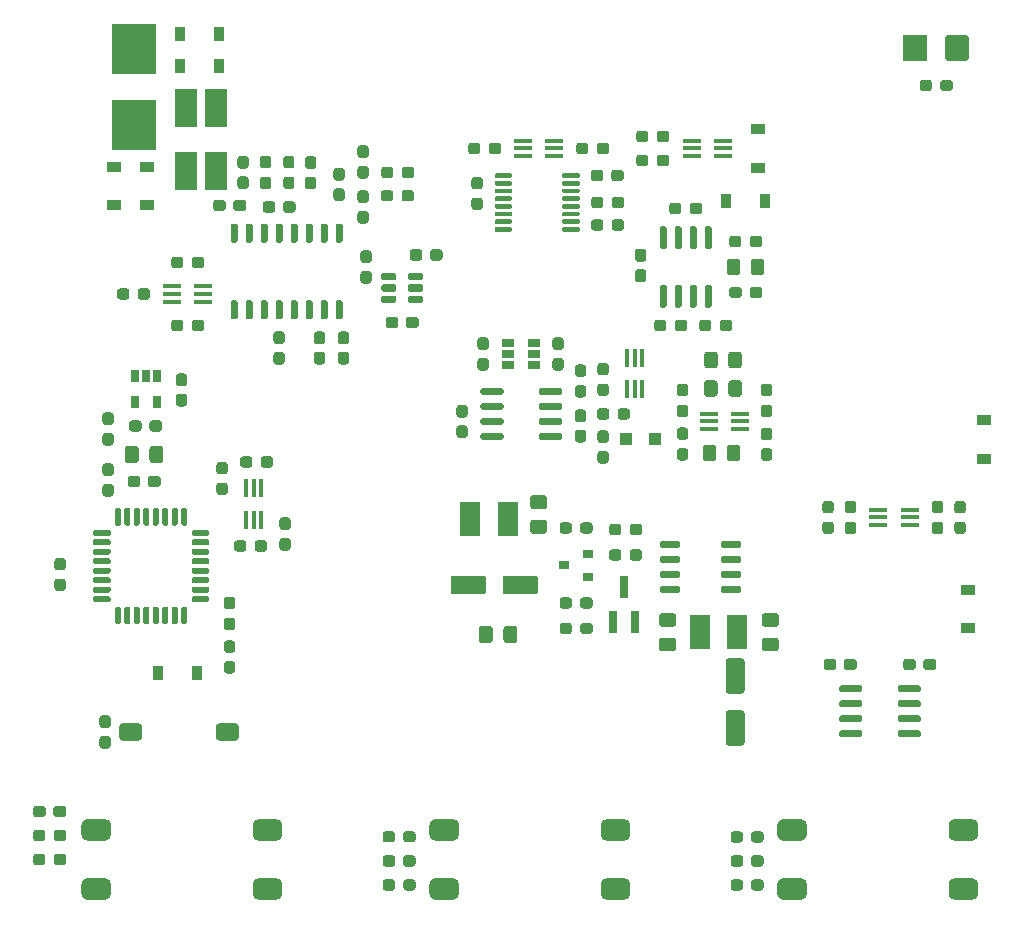
<source format=gbr>
%TF.GenerationSoftware,KiCad,Pcbnew,(5.1.6-0-10_14)*%
%TF.CreationDate,2020-11-20T20:27:55-06:00*%
%TF.ProjectId,Breadboard_DMM,42726561-6462-46f6-9172-645f444d4d2e,rev?*%
%TF.SameCoordinates,Original*%
%TF.FileFunction,Paste,Top*%
%TF.FilePolarity,Positive*%
%FSLAX46Y46*%
G04 Gerber Fmt 4.6, Leading zero omitted, Abs format (unit mm)*
G04 Created by KiCad (PCBNEW (5.1.6-0-10_14)) date 2020-11-20 20:27:55*
%MOMM*%
%LPD*%
G01*
G04 APERTURE LIST*
%ADD10R,1.900000X3.250000*%
%ADD11R,1.500000X0.400000*%
%ADD12R,1.000000X1.000000*%
%ADD13R,0.400000X1.500000*%
%ADD14R,1.800000X2.900000*%
%ADD15R,3.810000X4.240000*%
%ADD16R,0.900000X0.800000*%
%ADD17R,1.060000X0.650000*%
%ADD18R,0.650000X1.060000*%
%ADD19R,0.800000X1.900000*%
%ADD20R,1.200000X0.900000*%
%ADD21R,0.900000X1.200000*%
%ADD22R,2.000000X2.200000*%
G04 APERTURE END LIST*
D10*
%TO.C,R601*%
X118090000Y-75142000D03*
X115590000Y-75142000D03*
X118090000Y-69892000D03*
X115590000Y-69892000D03*
%TD*%
%TO.C,R309*%
G36*
G01*
X170163500Y-104171000D02*
X169688500Y-104171000D01*
G75*
G02*
X169451000Y-103933500I0J237500D01*
G01*
X169451000Y-103358500D01*
G75*
G02*
X169688500Y-103121000I237500J0D01*
G01*
X170163500Y-103121000D01*
G75*
G02*
X170401000Y-103358500I0J-237500D01*
G01*
X170401000Y-103933500D01*
G75*
G02*
X170163500Y-104171000I-237500J0D01*
G01*
G37*
G36*
G01*
X170163500Y-105921000D02*
X169688500Y-105921000D01*
G75*
G02*
X169451000Y-105683500I0J237500D01*
G01*
X169451000Y-105108500D01*
G75*
G02*
X169688500Y-104871000I237500J0D01*
G01*
X170163500Y-104871000D01*
G75*
G02*
X170401000Y-105108500I0J-237500D01*
G01*
X170401000Y-105683500D01*
G75*
G02*
X170163500Y-105921000I-237500J0D01*
G01*
G37*
%TD*%
%TO.C,R308*%
G36*
G01*
X180864500Y-104871000D02*
X181339500Y-104871000D01*
G75*
G02*
X181577000Y-105108500I0J-237500D01*
G01*
X181577000Y-105683500D01*
G75*
G02*
X181339500Y-105921000I-237500J0D01*
G01*
X180864500Y-105921000D01*
G75*
G02*
X180627000Y-105683500I0J237500D01*
G01*
X180627000Y-105108500D01*
G75*
G02*
X180864500Y-104871000I237500J0D01*
G01*
G37*
G36*
G01*
X180864500Y-103121000D02*
X181339500Y-103121000D01*
G75*
G02*
X181577000Y-103358500I0J-237500D01*
G01*
X181577000Y-103933500D01*
G75*
G02*
X181339500Y-104171000I-237500J0D01*
G01*
X180864500Y-104171000D01*
G75*
G02*
X180627000Y-103933500I0J237500D01*
G01*
X180627000Y-103358500D01*
G75*
G02*
X180864500Y-103121000I237500J0D01*
G01*
G37*
%TD*%
%TO.C,R307*%
G36*
G01*
X171593500Y-104871000D02*
X172068500Y-104871000D01*
G75*
G02*
X172306000Y-105108500I0J-237500D01*
G01*
X172306000Y-105683500D01*
G75*
G02*
X172068500Y-105921000I-237500J0D01*
G01*
X171593500Y-105921000D01*
G75*
G02*
X171356000Y-105683500I0J237500D01*
G01*
X171356000Y-105108500D01*
G75*
G02*
X171593500Y-104871000I237500J0D01*
G01*
G37*
G36*
G01*
X171593500Y-103121000D02*
X172068500Y-103121000D01*
G75*
G02*
X172306000Y-103358500I0J-237500D01*
G01*
X172306000Y-103933500D01*
G75*
G02*
X172068500Y-104171000I-237500J0D01*
G01*
X171593500Y-104171000D01*
G75*
G02*
X171356000Y-103933500I0J237500D01*
G01*
X171356000Y-103358500D01*
G75*
G02*
X171593500Y-103121000I237500J0D01*
G01*
G37*
%TD*%
%TO.C,R310*%
G36*
G01*
X179434500Y-104171000D02*
X178959500Y-104171000D01*
G75*
G02*
X178722000Y-103933500I0J237500D01*
G01*
X178722000Y-103358500D01*
G75*
G02*
X178959500Y-103121000I237500J0D01*
G01*
X179434500Y-103121000D01*
G75*
G02*
X179672000Y-103358500I0J-237500D01*
G01*
X179672000Y-103933500D01*
G75*
G02*
X179434500Y-104171000I-237500J0D01*
G01*
G37*
G36*
G01*
X179434500Y-105921000D02*
X178959500Y-105921000D01*
G75*
G02*
X178722000Y-105683500I0J237500D01*
G01*
X178722000Y-105108500D01*
G75*
G02*
X178959500Y-104871000I237500J0D01*
G01*
X179434500Y-104871000D01*
G75*
G02*
X179672000Y-105108500I0J-237500D01*
G01*
X179672000Y-105683500D01*
G75*
G02*
X179434500Y-105921000I-237500J0D01*
G01*
G37*
%TD*%
D11*
%TO.C,Q301*%
X176844000Y-103871000D03*
X176844000Y-104521000D03*
X176844000Y-105171000D03*
X174184000Y-105171000D03*
X174184000Y-104521000D03*
X174184000Y-103871000D03*
%TD*%
%TO.C,U202*%
G36*
G01*
X134333000Y-84290000D02*
X134333000Y-83990000D01*
G75*
G02*
X134483000Y-83840000I150000J0D01*
G01*
X135508000Y-83840000D01*
G75*
G02*
X135658000Y-83990000I0J-150000D01*
G01*
X135658000Y-84290000D01*
G75*
G02*
X135508000Y-84440000I-150000J0D01*
G01*
X134483000Y-84440000D01*
G75*
G02*
X134333000Y-84290000I0J150000D01*
G01*
G37*
G36*
G01*
X134333000Y-85240000D02*
X134333000Y-84940000D01*
G75*
G02*
X134483000Y-84790000I150000J0D01*
G01*
X135508000Y-84790000D01*
G75*
G02*
X135658000Y-84940000I0J-150000D01*
G01*
X135658000Y-85240000D01*
G75*
G02*
X135508000Y-85390000I-150000J0D01*
G01*
X134483000Y-85390000D01*
G75*
G02*
X134333000Y-85240000I0J150000D01*
G01*
G37*
G36*
G01*
X134333000Y-86190000D02*
X134333000Y-85890000D01*
G75*
G02*
X134483000Y-85740000I150000J0D01*
G01*
X135508000Y-85740000D01*
G75*
G02*
X135658000Y-85890000I0J-150000D01*
G01*
X135658000Y-86190000D01*
G75*
G02*
X135508000Y-86340000I-150000J0D01*
G01*
X134483000Y-86340000D01*
G75*
G02*
X134333000Y-86190000I0J150000D01*
G01*
G37*
G36*
G01*
X132058000Y-86190000D02*
X132058000Y-85890000D01*
G75*
G02*
X132208000Y-85740000I150000J0D01*
G01*
X133233000Y-85740000D01*
G75*
G02*
X133383000Y-85890000I0J-150000D01*
G01*
X133383000Y-86190000D01*
G75*
G02*
X133233000Y-86340000I-150000J0D01*
G01*
X132208000Y-86340000D01*
G75*
G02*
X132058000Y-86190000I0J150000D01*
G01*
G37*
G36*
G01*
X132058000Y-85240000D02*
X132058000Y-84940000D01*
G75*
G02*
X132208000Y-84790000I150000J0D01*
G01*
X133233000Y-84790000D01*
G75*
G02*
X133383000Y-84940000I0J-150000D01*
G01*
X133383000Y-85240000D01*
G75*
G02*
X133233000Y-85390000I-150000J0D01*
G01*
X132208000Y-85390000D01*
G75*
G02*
X132058000Y-85240000I0J150000D01*
G01*
G37*
G36*
G01*
X132058000Y-84290000D02*
X132058000Y-83990000D01*
G75*
G02*
X132208000Y-83840000I150000J0D01*
G01*
X133233000Y-83840000D01*
G75*
G02*
X133383000Y-83990000I0J-150000D01*
G01*
X133383000Y-84290000D01*
G75*
G02*
X133233000Y-84440000I-150000J0D01*
G01*
X132208000Y-84440000D01*
G75*
G02*
X132058000Y-84290000I0J150000D01*
G01*
G37*
%TD*%
%TO.C,C708*%
G36*
G01*
X162743000Y-133366500D02*
X162743000Y-133841500D01*
G75*
G02*
X162505500Y-134079000I-237500J0D01*
G01*
X161905500Y-134079000D01*
G75*
G02*
X161668000Y-133841500I0J237500D01*
G01*
X161668000Y-133366500D01*
G75*
G02*
X161905500Y-133129000I237500J0D01*
G01*
X162505500Y-133129000D01*
G75*
G02*
X162743000Y-133366500I0J-237500D01*
G01*
G37*
G36*
G01*
X164468000Y-133366500D02*
X164468000Y-133841500D01*
G75*
G02*
X164230500Y-134079000I-237500J0D01*
G01*
X163630500Y-134079000D01*
G75*
G02*
X163393000Y-133841500I0J237500D01*
G01*
X163393000Y-133366500D01*
G75*
G02*
X163630500Y-133129000I237500J0D01*
G01*
X164230500Y-133129000D01*
G75*
G02*
X164468000Y-133366500I0J-237500D01*
G01*
G37*
%TD*%
%TO.C,C707*%
G36*
G01*
X109203500Y-101021000D02*
X108728500Y-101021000D01*
G75*
G02*
X108491000Y-100783500I0J237500D01*
G01*
X108491000Y-100183500D01*
G75*
G02*
X108728500Y-99946000I237500J0D01*
G01*
X109203500Y-99946000D01*
G75*
G02*
X109441000Y-100183500I0J-237500D01*
G01*
X109441000Y-100783500D01*
G75*
G02*
X109203500Y-101021000I-237500J0D01*
G01*
G37*
G36*
G01*
X109203500Y-102746000D02*
X108728500Y-102746000D01*
G75*
G02*
X108491000Y-102508500I0J237500D01*
G01*
X108491000Y-101908500D01*
G75*
G02*
X108728500Y-101671000I237500J0D01*
G01*
X109203500Y-101671000D01*
G75*
G02*
X109441000Y-101908500I0J-237500D01*
G01*
X109441000Y-102508500D01*
G75*
G02*
X109203500Y-102746000I-237500J0D01*
G01*
G37*
%TD*%
%TO.C,C706*%
G36*
G01*
X133279000Y-133366500D02*
X133279000Y-133841500D01*
G75*
G02*
X133041500Y-134079000I-237500J0D01*
G01*
X132441500Y-134079000D01*
G75*
G02*
X132204000Y-133841500I0J237500D01*
G01*
X132204000Y-133366500D01*
G75*
G02*
X132441500Y-133129000I237500J0D01*
G01*
X133041500Y-133129000D01*
G75*
G02*
X133279000Y-133366500I0J-237500D01*
G01*
G37*
G36*
G01*
X135004000Y-133366500D02*
X135004000Y-133841500D01*
G75*
G02*
X134766500Y-134079000I-237500J0D01*
G01*
X134166500Y-134079000D01*
G75*
G02*
X133929000Y-133841500I0J237500D01*
G01*
X133929000Y-133366500D01*
G75*
G02*
X134166500Y-133129000I237500J0D01*
G01*
X134766500Y-133129000D01*
G75*
G02*
X135004000Y-133366500I0J-237500D01*
G01*
G37*
%TD*%
%TO.C,C705*%
G36*
G01*
X111689000Y-101235500D02*
X111689000Y-101710500D01*
G75*
G02*
X111451500Y-101948000I-237500J0D01*
G01*
X110851500Y-101948000D01*
G75*
G02*
X110614000Y-101710500I0J237500D01*
G01*
X110614000Y-101235500D01*
G75*
G02*
X110851500Y-100998000I237500J0D01*
G01*
X111451500Y-100998000D01*
G75*
G02*
X111689000Y-101235500I0J-237500D01*
G01*
G37*
G36*
G01*
X113414000Y-101235500D02*
X113414000Y-101710500D01*
G75*
G02*
X113176500Y-101948000I-237500J0D01*
G01*
X112576500Y-101948000D01*
G75*
G02*
X112339000Y-101710500I0J237500D01*
G01*
X112339000Y-101235500D01*
G75*
G02*
X112576500Y-100998000I237500J0D01*
G01*
X113176500Y-100998000D01*
G75*
G02*
X113414000Y-101235500I0J-237500D01*
G01*
G37*
%TD*%
%TO.C,C704*%
G36*
G01*
X111564000Y-98712000D02*
X111564000Y-99662000D01*
G75*
G02*
X111314000Y-99912000I-250000J0D01*
G01*
X110639000Y-99912000D01*
G75*
G02*
X110389000Y-99662000I0J250000D01*
G01*
X110389000Y-98712000D01*
G75*
G02*
X110639000Y-98462000I250000J0D01*
G01*
X111314000Y-98462000D01*
G75*
G02*
X111564000Y-98712000I0J-250000D01*
G01*
G37*
G36*
G01*
X113639000Y-98712000D02*
X113639000Y-99662000D01*
G75*
G02*
X113389000Y-99912000I-250000J0D01*
G01*
X112714000Y-99912000D01*
G75*
G02*
X112464000Y-99662000I0J250000D01*
G01*
X112464000Y-98712000D01*
G75*
G02*
X112714000Y-98462000I250000J0D01*
G01*
X113389000Y-98462000D01*
G75*
G02*
X113639000Y-98712000I0J-250000D01*
G01*
G37*
%TD*%
%TO.C,C703*%
G36*
G01*
X103688000Y-129175500D02*
X103688000Y-129650500D01*
G75*
G02*
X103450500Y-129888000I-237500J0D01*
G01*
X102850500Y-129888000D01*
G75*
G02*
X102613000Y-129650500I0J237500D01*
G01*
X102613000Y-129175500D01*
G75*
G02*
X102850500Y-128938000I237500J0D01*
G01*
X103450500Y-128938000D01*
G75*
G02*
X103688000Y-129175500I0J-237500D01*
G01*
G37*
G36*
G01*
X105413000Y-129175500D02*
X105413000Y-129650500D01*
G75*
G02*
X105175500Y-129888000I-237500J0D01*
G01*
X104575500Y-129888000D01*
G75*
G02*
X104338000Y-129650500I0J237500D01*
G01*
X104338000Y-129175500D01*
G75*
G02*
X104575500Y-128938000I237500J0D01*
G01*
X105175500Y-128938000D01*
G75*
G02*
X105413000Y-129175500I0J-237500D01*
G01*
G37*
%TD*%
%TO.C,C702*%
G36*
G01*
X177998000Y-117204500D02*
X177998000Y-116729500D01*
G75*
G02*
X178235500Y-116492000I237500J0D01*
G01*
X178835500Y-116492000D01*
G75*
G02*
X179073000Y-116729500I0J-237500D01*
G01*
X179073000Y-117204500D01*
G75*
G02*
X178835500Y-117442000I-237500J0D01*
G01*
X178235500Y-117442000D01*
G75*
G02*
X177998000Y-117204500I0J237500D01*
G01*
G37*
G36*
G01*
X176273000Y-117204500D02*
X176273000Y-116729500D01*
G75*
G02*
X176510500Y-116492000I237500J0D01*
G01*
X177110500Y-116492000D01*
G75*
G02*
X177348000Y-116729500I0J-237500D01*
G01*
X177348000Y-117204500D01*
G75*
G02*
X177110500Y-117442000I-237500J0D01*
G01*
X176510500Y-117442000D01*
G75*
G02*
X176273000Y-117204500I0J237500D01*
G01*
G37*
%TD*%
%TO.C,C701*%
G36*
G01*
X170617000Y-116729500D02*
X170617000Y-117204500D01*
G75*
G02*
X170379500Y-117442000I-237500J0D01*
G01*
X169779500Y-117442000D01*
G75*
G02*
X169542000Y-117204500I0J237500D01*
G01*
X169542000Y-116729500D01*
G75*
G02*
X169779500Y-116492000I237500J0D01*
G01*
X170379500Y-116492000D01*
G75*
G02*
X170617000Y-116729500I0J-237500D01*
G01*
G37*
G36*
G01*
X172342000Y-116729500D02*
X172342000Y-117204500D01*
G75*
G02*
X172104500Y-117442000I-237500J0D01*
G01*
X171504500Y-117442000D01*
G75*
G02*
X171267000Y-117204500I0J237500D01*
G01*
X171267000Y-116729500D01*
G75*
G02*
X171504500Y-116492000I237500J0D01*
G01*
X172104500Y-116492000D01*
G75*
G02*
X172342000Y-116729500I0J-237500D01*
G01*
G37*
%TD*%
%TO.C,C501*%
G36*
G01*
X151555500Y-75802500D02*
X151555500Y-75327500D01*
G75*
G02*
X151793000Y-75090000I237500J0D01*
G01*
X152393000Y-75090000D01*
G75*
G02*
X152630500Y-75327500I0J-237500D01*
G01*
X152630500Y-75802500D01*
G75*
G02*
X152393000Y-76040000I-237500J0D01*
G01*
X151793000Y-76040000D01*
G75*
G02*
X151555500Y-75802500I0J237500D01*
G01*
G37*
G36*
G01*
X149830500Y-75802500D02*
X149830500Y-75327500D01*
G75*
G02*
X150068000Y-75090000I237500J0D01*
G01*
X150668000Y-75090000D01*
G75*
G02*
X150905500Y-75327500I0J-237500D01*
G01*
X150905500Y-75802500D01*
G75*
G02*
X150668000Y-76040000I-237500J0D01*
G01*
X150068000Y-76040000D01*
G75*
G02*
X149830500Y-75802500I0J237500D01*
G01*
G37*
%TD*%
%TO.C,C403*%
G36*
G01*
X149208500Y-98174000D02*
X148733500Y-98174000D01*
G75*
G02*
X148496000Y-97936500I0J237500D01*
G01*
X148496000Y-97336500D01*
G75*
G02*
X148733500Y-97099000I237500J0D01*
G01*
X149208500Y-97099000D01*
G75*
G02*
X149446000Y-97336500I0J-237500D01*
G01*
X149446000Y-97936500D01*
G75*
G02*
X149208500Y-98174000I-237500J0D01*
G01*
G37*
G36*
G01*
X149208500Y-96449000D02*
X148733500Y-96449000D01*
G75*
G02*
X148496000Y-96211500I0J237500D01*
G01*
X148496000Y-95611500D01*
G75*
G02*
X148733500Y-95374000I237500J0D01*
G01*
X149208500Y-95374000D01*
G75*
G02*
X149446000Y-95611500I0J-237500D01*
G01*
X149446000Y-96211500D01*
G75*
G02*
X149208500Y-96449000I-237500J0D01*
G01*
G37*
%TD*%
%TO.C,C402*%
G36*
G01*
X139175500Y-97793000D02*
X138700500Y-97793000D01*
G75*
G02*
X138463000Y-97555500I0J237500D01*
G01*
X138463000Y-96955500D01*
G75*
G02*
X138700500Y-96718000I237500J0D01*
G01*
X139175500Y-96718000D01*
G75*
G02*
X139413000Y-96955500I0J-237500D01*
G01*
X139413000Y-97555500D01*
G75*
G02*
X139175500Y-97793000I-237500J0D01*
G01*
G37*
G36*
G01*
X139175500Y-96068000D02*
X138700500Y-96068000D01*
G75*
G02*
X138463000Y-95830500I0J237500D01*
G01*
X138463000Y-95230500D01*
G75*
G02*
X138700500Y-94993000I237500J0D01*
G01*
X139175500Y-94993000D01*
G75*
G02*
X139413000Y-95230500I0J-237500D01*
G01*
X139413000Y-95830500D01*
G75*
G02*
X139175500Y-96068000I-237500J0D01*
G01*
G37*
%TD*%
%TO.C,C401*%
G36*
G01*
X140953500Y-92078000D02*
X140478500Y-92078000D01*
G75*
G02*
X140241000Y-91840500I0J237500D01*
G01*
X140241000Y-91240500D01*
G75*
G02*
X140478500Y-91003000I237500J0D01*
G01*
X140953500Y-91003000D01*
G75*
G02*
X141191000Y-91240500I0J-237500D01*
G01*
X141191000Y-91840500D01*
G75*
G02*
X140953500Y-92078000I-237500J0D01*
G01*
G37*
G36*
G01*
X140953500Y-90353000D02*
X140478500Y-90353000D01*
G75*
G02*
X140241000Y-90115500I0J237500D01*
G01*
X140241000Y-89515500D01*
G75*
G02*
X140478500Y-89278000I237500J0D01*
G01*
X140953500Y-89278000D01*
G75*
G02*
X141191000Y-89515500I0J-237500D01*
G01*
X141191000Y-90115500D01*
G75*
G02*
X140953500Y-90353000I-237500J0D01*
G01*
G37*
%TD*%
%TO.C,C301*%
G36*
G01*
X153813500Y-83510000D02*
X154288500Y-83510000D01*
G75*
G02*
X154526000Y-83747500I0J-237500D01*
G01*
X154526000Y-84347500D01*
G75*
G02*
X154288500Y-84585000I-237500J0D01*
G01*
X153813500Y-84585000D01*
G75*
G02*
X153576000Y-84347500I0J237500D01*
G01*
X153576000Y-83747500D01*
G75*
G02*
X153813500Y-83510000I237500J0D01*
G01*
G37*
G36*
G01*
X153813500Y-81785000D02*
X154288500Y-81785000D01*
G75*
G02*
X154526000Y-82022500I0J-237500D01*
G01*
X154526000Y-82622500D01*
G75*
G02*
X154288500Y-82860000I-237500J0D01*
G01*
X153813500Y-82860000D01*
G75*
G02*
X153576000Y-82622500I0J237500D01*
G01*
X153576000Y-82022500D01*
G75*
G02*
X153813500Y-81785000I237500J0D01*
G01*
G37*
%TD*%
%TO.C,C212*%
G36*
G01*
X118928000Y-77867500D02*
X118928000Y-78342500D01*
G75*
G02*
X118690500Y-78580000I-237500J0D01*
G01*
X118090500Y-78580000D01*
G75*
G02*
X117853000Y-78342500I0J237500D01*
G01*
X117853000Y-77867500D01*
G75*
G02*
X118090500Y-77630000I237500J0D01*
G01*
X118690500Y-77630000D01*
G75*
G02*
X118928000Y-77867500I0J-237500D01*
G01*
G37*
G36*
G01*
X120653000Y-77867500D02*
X120653000Y-78342500D01*
G75*
G02*
X120415500Y-78580000I-237500J0D01*
G01*
X119815500Y-78580000D01*
G75*
G02*
X119578000Y-78342500I0J237500D01*
G01*
X119578000Y-77867500D01*
G75*
G02*
X119815500Y-77630000I237500J0D01*
G01*
X120415500Y-77630000D01*
G75*
G02*
X120653000Y-77867500I0J-237500D01*
G01*
G37*
%TD*%
%TO.C,C211*%
G36*
G01*
X136215000Y-82533500D02*
X136215000Y-82058500D01*
G75*
G02*
X136452500Y-81821000I237500J0D01*
G01*
X137052500Y-81821000D01*
G75*
G02*
X137290000Y-82058500I0J-237500D01*
G01*
X137290000Y-82533500D01*
G75*
G02*
X137052500Y-82771000I-237500J0D01*
G01*
X136452500Y-82771000D01*
G75*
G02*
X136215000Y-82533500I0J237500D01*
G01*
G37*
G36*
G01*
X134490000Y-82533500D02*
X134490000Y-82058500D01*
G75*
G02*
X134727500Y-81821000I237500J0D01*
G01*
X135327500Y-81821000D01*
G75*
G02*
X135565000Y-82058500I0J-237500D01*
G01*
X135565000Y-82533500D01*
G75*
G02*
X135327500Y-82771000I-237500J0D01*
G01*
X134727500Y-82771000D01*
G75*
G02*
X134490000Y-82533500I0J237500D01*
G01*
G37*
%TD*%
%TO.C,C210*%
G36*
G01*
X131047500Y-82987000D02*
X130572500Y-82987000D01*
G75*
G02*
X130335000Y-82749500I0J237500D01*
G01*
X130335000Y-82149500D01*
G75*
G02*
X130572500Y-81912000I237500J0D01*
G01*
X131047500Y-81912000D01*
G75*
G02*
X131285000Y-82149500I0J-237500D01*
G01*
X131285000Y-82749500D01*
G75*
G02*
X131047500Y-82987000I-237500J0D01*
G01*
G37*
G36*
G01*
X131047500Y-84712000D02*
X130572500Y-84712000D01*
G75*
G02*
X130335000Y-84474500I0J237500D01*
G01*
X130335000Y-83874500D01*
G75*
G02*
X130572500Y-83637000I237500J0D01*
G01*
X131047500Y-83637000D01*
G75*
G02*
X131285000Y-83874500I0J-237500D01*
G01*
X131285000Y-84474500D01*
G75*
G02*
X131047500Y-84712000I-237500J0D01*
G01*
G37*
%TD*%
%TO.C,C209*%
G36*
G01*
X133533000Y-87773500D02*
X133533000Y-88248500D01*
G75*
G02*
X133295500Y-88486000I-237500J0D01*
G01*
X132695500Y-88486000D01*
G75*
G02*
X132458000Y-88248500I0J237500D01*
G01*
X132458000Y-87773500D01*
G75*
G02*
X132695500Y-87536000I237500J0D01*
G01*
X133295500Y-87536000D01*
G75*
G02*
X133533000Y-87773500I0J-237500D01*
G01*
G37*
G36*
G01*
X135258000Y-87773500D02*
X135258000Y-88248500D01*
G75*
G02*
X135020500Y-88486000I-237500J0D01*
G01*
X134420500Y-88486000D01*
G75*
G02*
X134183000Y-88248500I0J237500D01*
G01*
X134183000Y-87773500D01*
G75*
G02*
X134420500Y-87536000I237500J0D01*
G01*
X135020500Y-87536000D01*
G75*
G02*
X135258000Y-87773500I0J-237500D01*
G01*
G37*
%TD*%
%TO.C,C208*%
G36*
G01*
X126635500Y-90495000D02*
X127110500Y-90495000D01*
G75*
G02*
X127348000Y-90732500I0J-237500D01*
G01*
X127348000Y-91332500D01*
G75*
G02*
X127110500Y-91570000I-237500J0D01*
G01*
X126635500Y-91570000D01*
G75*
G02*
X126398000Y-91332500I0J237500D01*
G01*
X126398000Y-90732500D01*
G75*
G02*
X126635500Y-90495000I237500J0D01*
G01*
G37*
G36*
G01*
X126635500Y-88770000D02*
X127110500Y-88770000D01*
G75*
G02*
X127348000Y-89007500I0J-237500D01*
G01*
X127348000Y-89607500D01*
G75*
G02*
X127110500Y-89845000I-237500J0D01*
G01*
X126635500Y-89845000D01*
G75*
G02*
X126398000Y-89607500I0J237500D01*
G01*
X126398000Y-89007500D01*
G75*
G02*
X126635500Y-88770000I237500J0D01*
G01*
G37*
%TD*%
%TO.C,C207*%
G36*
G01*
X129142500Y-89845000D02*
X128667500Y-89845000D01*
G75*
G02*
X128430000Y-89607500I0J237500D01*
G01*
X128430000Y-89007500D01*
G75*
G02*
X128667500Y-88770000I237500J0D01*
G01*
X129142500Y-88770000D01*
G75*
G02*
X129380000Y-89007500I0J-237500D01*
G01*
X129380000Y-89607500D01*
G75*
G02*
X129142500Y-89845000I-237500J0D01*
G01*
G37*
G36*
G01*
X129142500Y-91570000D02*
X128667500Y-91570000D01*
G75*
G02*
X128430000Y-91332500I0J237500D01*
G01*
X128430000Y-90732500D01*
G75*
G02*
X128667500Y-90495000I237500J0D01*
G01*
X129142500Y-90495000D01*
G75*
G02*
X129380000Y-90732500I0J-237500D01*
G01*
X129380000Y-91332500D01*
G75*
G02*
X129142500Y-91570000I-237500J0D01*
G01*
G37*
%TD*%
%TO.C,C206*%
G36*
G01*
X126348500Y-75012500D02*
X125873500Y-75012500D01*
G75*
G02*
X125636000Y-74775000I0J237500D01*
G01*
X125636000Y-74175000D01*
G75*
G02*
X125873500Y-73937500I237500J0D01*
G01*
X126348500Y-73937500D01*
G75*
G02*
X126586000Y-74175000I0J-237500D01*
G01*
X126586000Y-74775000D01*
G75*
G02*
X126348500Y-75012500I-237500J0D01*
G01*
G37*
G36*
G01*
X126348500Y-76737500D02*
X125873500Y-76737500D01*
G75*
G02*
X125636000Y-76500000I0J237500D01*
G01*
X125636000Y-75900000D01*
G75*
G02*
X125873500Y-75662500I237500J0D01*
G01*
X126348500Y-75662500D01*
G75*
G02*
X126586000Y-75900000I0J-237500D01*
G01*
X126586000Y-76500000D01*
G75*
G02*
X126348500Y-76737500I-237500J0D01*
G01*
G37*
%TD*%
%TO.C,C205*%
G36*
G01*
X130318500Y-78557000D02*
X130793500Y-78557000D01*
G75*
G02*
X131031000Y-78794500I0J-237500D01*
G01*
X131031000Y-79394500D01*
G75*
G02*
X130793500Y-79632000I-237500J0D01*
G01*
X130318500Y-79632000D01*
G75*
G02*
X130081000Y-79394500I0J237500D01*
G01*
X130081000Y-78794500D01*
G75*
G02*
X130318500Y-78557000I237500J0D01*
G01*
G37*
G36*
G01*
X130318500Y-76832000D02*
X130793500Y-76832000D01*
G75*
G02*
X131031000Y-77069500I0J-237500D01*
G01*
X131031000Y-77669500D01*
G75*
G02*
X130793500Y-77907000I-237500J0D01*
G01*
X130318500Y-77907000D01*
G75*
G02*
X130081000Y-77669500I0J237500D01*
G01*
X130081000Y-77069500D01*
G75*
G02*
X130318500Y-76832000I237500J0D01*
G01*
G37*
%TD*%
%TO.C,C204*%
G36*
G01*
X122044000Y-78469500D02*
X122044000Y-77994500D01*
G75*
G02*
X122281500Y-77757000I237500J0D01*
G01*
X122881500Y-77757000D01*
G75*
G02*
X123119000Y-77994500I0J-237500D01*
G01*
X123119000Y-78469500D01*
G75*
G02*
X122881500Y-78707000I-237500J0D01*
G01*
X122281500Y-78707000D01*
G75*
G02*
X122044000Y-78469500I0J237500D01*
G01*
G37*
G36*
G01*
X123769000Y-78469500D02*
X123769000Y-77994500D01*
G75*
G02*
X124006500Y-77757000I237500J0D01*
G01*
X124606500Y-77757000D01*
G75*
G02*
X124844000Y-77994500I0J-237500D01*
G01*
X124844000Y-78469500D01*
G75*
G02*
X124606500Y-78707000I-237500J0D01*
G01*
X124006500Y-78707000D01*
G75*
G02*
X123769000Y-78469500I0J237500D01*
G01*
G37*
%TD*%
%TO.C,C203*%
G36*
G01*
X128286500Y-76652000D02*
X128761500Y-76652000D01*
G75*
G02*
X128999000Y-76889500I0J-237500D01*
G01*
X128999000Y-77489500D01*
G75*
G02*
X128761500Y-77727000I-237500J0D01*
G01*
X128286500Y-77727000D01*
G75*
G02*
X128049000Y-77489500I0J237500D01*
G01*
X128049000Y-76889500D01*
G75*
G02*
X128286500Y-76652000I237500J0D01*
G01*
G37*
G36*
G01*
X128286500Y-74927000D02*
X128761500Y-74927000D01*
G75*
G02*
X128999000Y-75164500I0J-237500D01*
G01*
X128999000Y-75764500D01*
G75*
G02*
X128761500Y-76002000I-237500J0D01*
G01*
X128286500Y-76002000D01*
G75*
G02*
X128049000Y-75764500I0J237500D01*
G01*
X128049000Y-75164500D01*
G75*
G02*
X128286500Y-74927000I237500J0D01*
G01*
G37*
%TD*%
%TO.C,C202*%
G36*
G01*
X120633500Y-74986000D02*
X120158500Y-74986000D01*
G75*
G02*
X119921000Y-74748500I0J237500D01*
G01*
X119921000Y-74148500D01*
G75*
G02*
X120158500Y-73911000I237500J0D01*
G01*
X120633500Y-73911000D01*
G75*
G02*
X120871000Y-74148500I0J-237500D01*
G01*
X120871000Y-74748500D01*
G75*
G02*
X120633500Y-74986000I-237500J0D01*
G01*
G37*
G36*
G01*
X120633500Y-76711000D02*
X120158500Y-76711000D01*
G75*
G02*
X119921000Y-76473500I0J237500D01*
G01*
X119921000Y-75873500D01*
G75*
G02*
X120158500Y-75636000I237500J0D01*
G01*
X120633500Y-75636000D01*
G75*
G02*
X120871000Y-75873500I0J-237500D01*
G01*
X120871000Y-76473500D01*
G75*
G02*
X120633500Y-76711000I-237500J0D01*
G01*
G37*
%TD*%
%TO.C,C201*%
G36*
G01*
X130793500Y-74097000D02*
X130318500Y-74097000D01*
G75*
G02*
X130081000Y-73859500I0J237500D01*
G01*
X130081000Y-73259500D01*
G75*
G02*
X130318500Y-73022000I237500J0D01*
G01*
X130793500Y-73022000D01*
G75*
G02*
X131031000Y-73259500I0J-237500D01*
G01*
X131031000Y-73859500D01*
G75*
G02*
X130793500Y-74097000I-237500J0D01*
G01*
G37*
G36*
G01*
X130793500Y-75822000D02*
X130318500Y-75822000D01*
G75*
G02*
X130081000Y-75584500I0J237500D01*
G01*
X130081000Y-74984500D01*
G75*
G02*
X130318500Y-74747000I237500J0D01*
G01*
X130793500Y-74747000D01*
G75*
G02*
X131031000Y-74984500I0J-237500D01*
G01*
X131031000Y-75584500D01*
G75*
G02*
X130793500Y-75822000I-237500J0D01*
G01*
G37*
%TD*%
%TO.C,C108*%
G36*
G01*
X111816000Y-96536500D02*
X111816000Y-97011500D01*
G75*
G02*
X111578500Y-97249000I-237500J0D01*
G01*
X110978500Y-97249000D01*
G75*
G02*
X110741000Y-97011500I0J237500D01*
G01*
X110741000Y-96536500D01*
G75*
G02*
X110978500Y-96299000I237500J0D01*
G01*
X111578500Y-96299000D01*
G75*
G02*
X111816000Y-96536500I0J-237500D01*
G01*
G37*
G36*
G01*
X113541000Y-96536500D02*
X113541000Y-97011500D01*
G75*
G02*
X113303500Y-97249000I-237500J0D01*
G01*
X112703500Y-97249000D01*
G75*
G02*
X112466000Y-97011500I0J237500D01*
G01*
X112466000Y-96536500D01*
G75*
G02*
X112703500Y-96299000I237500J0D01*
G01*
X113303500Y-96299000D01*
G75*
G02*
X113541000Y-96536500I0J-237500D01*
G01*
G37*
%TD*%
%TO.C,C107*%
G36*
G01*
X114951500Y-94051000D02*
X115426500Y-94051000D01*
G75*
G02*
X115664000Y-94288500I0J-237500D01*
G01*
X115664000Y-94888500D01*
G75*
G02*
X115426500Y-95126000I-237500J0D01*
G01*
X114951500Y-95126000D01*
G75*
G02*
X114714000Y-94888500I0J237500D01*
G01*
X114714000Y-94288500D01*
G75*
G02*
X114951500Y-94051000I237500J0D01*
G01*
G37*
G36*
G01*
X114951500Y-92326000D02*
X115426500Y-92326000D01*
G75*
G02*
X115664000Y-92563500I0J-237500D01*
G01*
X115664000Y-93163500D01*
G75*
G02*
X115426500Y-93401000I-237500J0D01*
G01*
X114951500Y-93401000D01*
G75*
G02*
X114714000Y-93163500I0J237500D01*
G01*
X114714000Y-92563500D01*
G75*
G02*
X114951500Y-92326000I237500J0D01*
G01*
G37*
%TD*%
%TO.C,C105*%
G36*
G01*
X165511500Y-113786500D02*
X164561500Y-113786500D01*
G75*
G02*
X164311500Y-113536500I0J250000D01*
G01*
X164311500Y-112861500D01*
G75*
G02*
X164561500Y-112611500I250000J0D01*
G01*
X165511500Y-112611500D01*
G75*
G02*
X165761500Y-112861500I0J-250000D01*
G01*
X165761500Y-113536500D01*
G75*
G02*
X165511500Y-113786500I-250000J0D01*
G01*
G37*
G36*
G01*
X165511500Y-115861500D02*
X164561500Y-115861500D01*
G75*
G02*
X164311500Y-115611500I0J250000D01*
G01*
X164311500Y-114936500D01*
G75*
G02*
X164561500Y-114686500I250000J0D01*
G01*
X165511500Y-114686500D01*
G75*
G02*
X165761500Y-114936500I0J-250000D01*
G01*
X165761500Y-115611500D01*
G75*
G02*
X165511500Y-115861500I-250000J0D01*
G01*
G37*
%TD*%
%TO.C,C104*%
G36*
G01*
X156812000Y-113786500D02*
X155862000Y-113786500D01*
G75*
G02*
X155612000Y-113536500I0J250000D01*
G01*
X155612000Y-112861500D01*
G75*
G02*
X155862000Y-112611500I250000J0D01*
G01*
X156812000Y-112611500D01*
G75*
G02*
X157062000Y-112861500I0J-250000D01*
G01*
X157062000Y-113536500D01*
G75*
G02*
X156812000Y-113786500I-250000J0D01*
G01*
G37*
G36*
G01*
X156812000Y-115861500D02*
X155862000Y-115861500D01*
G75*
G02*
X155612000Y-115611500I0J250000D01*
G01*
X155612000Y-114936500D01*
G75*
G02*
X155862000Y-114686500I250000J0D01*
G01*
X156812000Y-114686500D01*
G75*
G02*
X157062000Y-114936500I0J-250000D01*
G01*
X157062000Y-115611500D01*
G75*
G02*
X156812000Y-115861500I-250000J0D01*
G01*
G37*
%TD*%
%TO.C,C102*%
G36*
G01*
X142436000Y-114902000D02*
X142436000Y-113952000D01*
G75*
G02*
X142686000Y-113702000I250000J0D01*
G01*
X143361000Y-113702000D01*
G75*
G02*
X143611000Y-113952000I0J-250000D01*
G01*
X143611000Y-114902000D01*
G75*
G02*
X143361000Y-115152000I-250000J0D01*
G01*
X142686000Y-115152000D01*
G75*
G02*
X142436000Y-114902000I0J250000D01*
G01*
G37*
G36*
G01*
X140361000Y-114902000D02*
X140361000Y-113952000D01*
G75*
G02*
X140611000Y-113702000I250000J0D01*
G01*
X141286000Y-113702000D01*
G75*
G02*
X141536000Y-113952000I0J-250000D01*
G01*
X141536000Y-114902000D01*
G75*
G02*
X141286000Y-115152000I-250000J0D01*
G01*
X140611000Y-115152000D01*
G75*
G02*
X140361000Y-114902000I0J250000D01*
G01*
G37*
%TD*%
%TO.C,C101*%
G36*
G01*
X144940000Y-102642000D02*
X145890000Y-102642000D01*
G75*
G02*
X146140000Y-102892000I0J-250000D01*
G01*
X146140000Y-103567000D01*
G75*
G02*
X145890000Y-103817000I-250000J0D01*
G01*
X144940000Y-103817000D01*
G75*
G02*
X144690000Y-103567000I0J250000D01*
G01*
X144690000Y-102892000D01*
G75*
G02*
X144940000Y-102642000I250000J0D01*
G01*
G37*
G36*
G01*
X144940000Y-104717000D02*
X145890000Y-104717000D01*
G75*
G02*
X146140000Y-104967000I0J-250000D01*
G01*
X146140000Y-105642000D01*
G75*
G02*
X145890000Y-105892000I-250000J0D01*
G01*
X144940000Y-105892000D01*
G75*
G02*
X144690000Y-105642000I0J250000D01*
G01*
X144690000Y-104967000D01*
G75*
G02*
X144940000Y-104717000I250000J0D01*
G01*
G37*
%TD*%
%TO.C,R407*%
G36*
G01*
X157844500Y-99698000D02*
X157369500Y-99698000D01*
G75*
G02*
X157132000Y-99460500I0J237500D01*
G01*
X157132000Y-98885500D01*
G75*
G02*
X157369500Y-98648000I237500J0D01*
G01*
X157844500Y-98648000D01*
G75*
G02*
X158082000Y-98885500I0J-237500D01*
G01*
X158082000Y-99460500D01*
G75*
G02*
X157844500Y-99698000I-237500J0D01*
G01*
G37*
G36*
G01*
X157844500Y-97948000D02*
X157369500Y-97948000D01*
G75*
G02*
X157132000Y-97710500I0J237500D01*
G01*
X157132000Y-97135500D01*
G75*
G02*
X157369500Y-96898000I237500J0D01*
G01*
X157844500Y-96898000D01*
G75*
G02*
X158082000Y-97135500I0J-237500D01*
G01*
X158082000Y-97710500D01*
G75*
G02*
X157844500Y-97948000I-237500J0D01*
G01*
G37*
%TD*%
D12*
%TO.C,D401*%
X152801000Y-97917000D03*
X155301000Y-97917000D03*
%TD*%
D13*
%TO.C,Q701*%
X120635000Y-102048000D03*
X121285000Y-102048000D03*
X121935000Y-102048000D03*
X121935000Y-104708000D03*
X121285000Y-104708000D03*
X120635000Y-104708000D03*
%TD*%
D11*
%TO.C,Q502*%
X161032500Y-72629000D03*
X161032500Y-73279000D03*
X161032500Y-73929000D03*
X158372500Y-73929000D03*
X158372500Y-73279000D03*
X158372500Y-72629000D03*
%TD*%
%TO.C,Q501*%
X144085000Y-73929000D03*
X144085000Y-73279000D03*
X144085000Y-72629000D03*
X146745000Y-72629000D03*
X146745000Y-73279000D03*
X146745000Y-73929000D03*
%TD*%
%TO.C,Q402*%
X162493000Y-95743000D03*
X162493000Y-96393000D03*
X162493000Y-97043000D03*
X159833000Y-97043000D03*
X159833000Y-96393000D03*
X159833000Y-95743000D03*
%TD*%
D13*
%TO.C,Q401*%
X154193000Y-90999000D03*
X153543000Y-90999000D03*
X152893000Y-90999000D03*
X152893000Y-93659000D03*
X153543000Y-93659000D03*
X154193000Y-93659000D03*
%TD*%
D11*
%TO.C,Q201*%
X114367000Y-86248000D03*
X114367000Y-85598000D03*
X114367000Y-84948000D03*
X117027000Y-84948000D03*
X117027000Y-85598000D03*
X117027000Y-86248000D03*
%TD*%
D14*
%TO.C,L102*%
X142824000Y-104648000D03*
X139624000Y-104648000D03*
%TD*%
%TO.C,L101*%
X162255000Y-114236500D03*
X159055000Y-114236500D03*
%TD*%
%TO.C,R803*%
G36*
G01*
X151381000Y-105774500D02*
X151381000Y-105299500D01*
G75*
G02*
X151618500Y-105062000I237500J0D01*
G01*
X152193500Y-105062000D01*
G75*
G02*
X152431000Y-105299500I0J-237500D01*
G01*
X152431000Y-105774500D01*
G75*
G02*
X152193500Y-106012000I-237500J0D01*
G01*
X151618500Y-106012000D01*
G75*
G02*
X151381000Y-105774500I0J237500D01*
G01*
G37*
G36*
G01*
X153131000Y-105774500D02*
X153131000Y-105299500D01*
G75*
G02*
X153368500Y-105062000I237500J0D01*
G01*
X153943500Y-105062000D01*
G75*
G02*
X154181000Y-105299500I0J-237500D01*
G01*
X154181000Y-105774500D01*
G75*
G02*
X153943500Y-106012000I-237500J0D01*
G01*
X153368500Y-106012000D01*
G75*
G02*
X153131000Y-105774500I0J237500D01*
G01*
G37*
%TD*%
%TO.C,R802*%
G36*
G01*
X149990000Y-111522500D02*
X149990000Y-111997500D01*
G75*
G02*
X149752500Y-112235000I-237500J0D01*
G01*
X149177500Y-112235000D01*
G75*
G02*
X148940000Y-111997500I0J237500D01*
G01*
X148940000Y-111522500D01*
G75*
G02*
X149177500Y-111285000I237500J0D01*
G01*
X149752500Y-111285000D01*
G75*
G02*
X149990000Y-111522500I0J-237500D01*
G01*
G37*
G36*
G01*
X148240000Y-111522500D02*
X148240000Y-111997500D01*
G75*
G02*
X148002500Y-112235000I-237500J0D01*
G01*
X147427500Y-112235000D01*
G75*
G02*
X147190000Y-111997500I0J237500D01*
G01*
X147190000Y-111522500D01*
G75*
G02*
X147427500Y-111285000I237500J0D01*
G01*
X148002500Y-111285000D01*
G75*
G02*
X148240000Y-111522500I0J-237500D01*
G01*
G37*
%TD*%
D15*
%TO.C,F601*%
X111125000Y-71257000D03*
X111125000Y-64887000D03*
%TD*%
%TO.C,Q801*%
G36*
G01*
X155681000Y-106957000D02*
X155681000Y-106657000D01*
G75*
G02*
X155831000Y-106507000I150000J0D01*
G01*
X157281000Y-106507000D01*
G75*
G02*
X157431000Y-106657000I0J-150000D01*
G01*
X157431000Y-106957000D01*
G75*
G02*
X157281000Y-107107000I-150000J0D01*
G01*
X155831000Y-107107000D01*
G75*
G02*
X155681000Y-106957000I0J150000D01*
G01*
G37*
G36*
G01*
X155681000Y-108227000D02*
X155681000Y-107927000D01*
G75*
G02*
X155831000Y-107777000I150000J0D01*
G01*
X157281000Y-107777000D01*
G75*
G02*
X157431000Y-107927000I0J-150000D01*
G01*
X157431000Y-108227000D01*
G75*
G02*
X157281000Y-108377000I-150000J0D01*
G01*
X155831000Y-108377000D01*
G75*
G02*
X155681000Y-108227000I0J150000D01*
G01*
G37*
G36*
G01*
X155681000Y-109497000D02*
X155681000Y-109197000D01*
G75*
G02*
X155831000Y-109047000I150000J0D01*
G01*
X157281000Y-109047000D01*
G75*
G02*
X157431000Y-109197000I0J-150000D01*
G01*
X157431000Y-109497000D01*
G75*
G02*
X157281000Y-109647000I-150000J0D01*
G01*
X155831000Y-109647000D01*
G75*
G02*
X155681000Y-109497000I0J150000D01*
G01*
G37*
G36*
G01*
X155681000Y-110767000D02*
X155681000Y-110467000D01*
G75*
G02*
X155831000Y-110317000I150000J0D01*
G01*
X157281000Y-110317000D01*
G75*
G02*
X157431000Y-110467000I0J-150000D01*
G01*
X157431000Y-110767000D01*
G75*
G02*
X157281000Y-110917000I-150000J0D01*
G01*
X155831000Y-110917000D01*
G75*
G02*
X155681000Y-110767000I0J150000D01*
G01*
G37*
G36*
G01*
X160831000Y-110767000D02*
X160831000Y-110467000D01*
G75*
G02*
X160981000Y-110317000I150000J0D01*
G01*
X162431000Y-110317000D01*
G75*
G02*
X162581000Y-110467000I0J-150000D01*
G01*
X162581000Y-110767000D01*
G75*
G02*
X162431000Y-110917000I-150000J0D01*
G01*
X160981000Y-110917000D01*
G75*
G02*
X160831000Y-110767000I0J150000D01*
G01*
G37*
G36*
G01*
X160831000Y-109497000D02*
X160831000Y-109197000D01*
G75*
G02*
X160981000Y-109047000I150000J0D01*
G01*
X162431000Y-109047000D01*
G75*
G02*
X162581000Y-109197000I0J-150000D01*
G01*
X162581000Y-109497000D01*
G75*
G02*
X162431000Y-109647000I-150000J0D01*
G01*
X160981000Y-109647000D01*
G75*
G02*
X160831000Y-109497000I0J150000D01*
G01*
G37*
G36*
G01*
X160831000Y-108227000D02*
X160831000Y-107927000D01*
G75*
G02*
X160981000Y-107777000I150000J0D01*
G01*
X162431000Y-107777000D01*
G75*
G02*
X162581000Y-107927000I0J-150000D01*
G01*
X162581000Y-108227000D01*
G75*
G02*
X162431000Y-108377000I-150000J0D01*
G01*
X160981000Y-108377000D01*
G75*
G02*
X160831000Y-108227000I0J150000D01*
G01*
G37*
G36*
G01*
X160831000Y-106957000D02*
X160831000Y-106657000D01*
G75*
G02*
X160981000Y-106507000I150000J0D01*
G01*
X162431000Y-106507000D01*
G75*
G02*
X162581000Y-106657000I0J-150000D01*
G01*
X162581000Y-106957000D01*
G75*
G02*
X162431000Y-107107000I-150000J0D01*
G01*
X160981000Y-107107000D01*
G75*
G02*
X160831000Y-106957000I0J150000D01*
G01*
G37*
%TD*%
D16*
%TO.C,U801*%
X149590000Y-109535000D03*
X149590000Y-107635000D03*
X147590000Y-108585000D03*
%TD*%
%TO.C,U702*%
G36*
G01*
X116156200Y-105583200D02*
X117406200Y-105583200D01*
G75*
G02*
X117531200Y-105708200I0J-125000D01*
G01*
X117531200Y-105958200D01*
G75*
G02*
X117406200Y-106083200I-125000J0D01*
G01*
X116156200Y-106083200D01*
G75*
G02*
X116031200Y-105958200I0J125000D01*
G01*
X116031200Y-105708200D01*
G75*
G02*
X116156200Y-105583200I125000J0D01*
G01*
G37*
G36*
G01*
X116156200Y-106383200D02*
X117406200Y-106383200D01*
G75*
G02*
X117531200Y-106508200I0J-125000D01*
G01*
X117531200Y-106758200D01*
G75*
G02*
X117406200Y-106883200I-125000J0D01*
G01*
X116156200Y-106883200D01*
G75*
G02*
X116031200Y-106758200I0J125000D01*
G01*
X116031200Y-106508200D01*
G75*
G02*
X116156200Y-106383200I125000J0D01*
G01*
G37*
G36*
G01*
X116156200Y-107183200D02*
X117406200Y-107183200D01*
G75*
G02*
X117531200Y-107308200I0J-125000D01*
G01*
X117531200Y-107558200D01*
G75*
G02*
X117406200Y-107683200I-125000J0D01*
G01*
X116156200Y-107683200D01*
G75*
G02*
X116031200Y-107558200I0J125000D01*
G01*
X116031200Y-107308200D01*
G75*
G02*
X116156200Y-107183200I125000J0D01*
G01*
G37*
G36*
G01*
X116156200Y-107983200D02*
X117406200Y-107983200D01*
G75*
G02*
X117531200Y-108108200I0J-125000D01*
G01*
X117531200Y-108358200D01*
G75*
G02*
X117406200Y-108483200I-125000J0D01*
G01*
X116156200Y-108483200D01*
G75*
G02*
X116031200Y-108358200I0J125000D01*
G01*
X116031200Y-108108200D01*
G75*
G02*
X116156200Y-107983200I125000J0D01*
G01*
G37*
G36*
G01*
X116156200Y-108783200D02*
X117406200Y-108783200D01*
G75*
G02*
X117531200Y-108908200I0J-125000D01*
G01*
X117531200Y-109158200D01*
G75*
G02*
X117406200Y-109283200I-125000J0D01*
G01*
X116156200Y-109283200D01*
G75*
G02*
X116031200Y-109158200I0J125000D01*
G01*
X116031200Y-108908200D01*
G75*
G02*
X116156200Y-108783200I125000J0D01*
G01*
G37*
G36*
G01*
X116156200Y-109583200D02*
X117406200Y-109583200D01*
G75*
G02*
X117531200Y-109708200I0J-125000D01*
G01*
X117531200Y-109958200D01*
G75*
G02*
X117406200Y-110083200I-125000J0D01*
G01*
X116156200Y-110083200D01*
G75*
G02*
X116031200Y-109958200I0J125000D01*
G01*
X116031200Y-109708200D01*
G75*
G02*
X116156200Y-109583200I125000J0D01*
G01*
G37*
G36*
G01*
X116156200Y-110383200D02*
X117406200Y-110383200D01*
G75*
G02*
X117531200Y-110508200I0J-125000D01*
G01*
X117531200Y-110758200D01*
G75*
G02*
X117406200Y-110883200I-125000J0D01*
G01*
X116156200Y-110883200D01*
G75*
G02*
X116031200Y-110758200I0J125000D01*
G01*
X116031200Y-110508200D01*
G75*
G02*
X116156200Y-110383200I125000J0D01*
G01*
G37*
G36*
G01*
X116156200Y-111183200D02*
X117406200Y-111183200D01*
G75*
G02*
X117531200Y-111308200I0J-125000D01*
G01*
X117531200Y-111558200D01*
G75*
G02*
X117406200Y-111683200I-125000J0D01*
G01*
X116156200Y-111683200D01*
G75*
G02*
X116031200Y-111558200I0J125000D01*
G01*
X116031200Y-111308200D01*
G75*
G02*
X116156200Y-111183200I125000J0D01*
G01*
G37*
G36*
G01*
X115281200Y-112058200D02*
X115531200Y-112058200D01*
G75*
G02*
X115656200Y-112183200I0J-125000D01*
G01*
X115656200Y-113433200D01*
G75*
G02*
X115531200Y-113558200I-125000J0D01*
G01*
X115281200Y-113558200D01*
G75*
G02*
X115156200Y-113433200I0J125000D01*
G01*
X115156200Y-112183200D01*
G75*
G02*
X115281200Y-112058200I125000J0D01*
G01*
G37*
G36*
G01*
X114481200Y-112058200D02*
X114731200Y-112058200D01*
G75*
G02*
X114856200Y-112183200I0J-125000D01*
G01*
X114856200Y-113433200D01*
G75*
G02*
X114731200Y-113558200I-125000J0D01*
G01*
X114481200Y-113558200D01*
G75*
G02*
X114356200Y-113433200I0J125000D01*
G01*
X114356200Y-112183200D01*
G75*
G02*
X114481200Y-112058200I125000J0D01*
G01*
G37*
G36*
G01*
X113681200Y-112058200D02*
X113931200Y-112058200D01*
G75*
G02*
X114056200Y-112183200I0J-125000D01*
G01*
X114056200Y-113433200D01*
G75*
G02*
X113931200Y-113558200I-125000J0D01*
G01*
X113681200Y-113558200D01*
G75*
G02*
X113556200Y-113433200I0J125000D01*
G01*
X113556200Y-112183200D01*
G75*
G02*
X113681200Y-112058200I125000J0D01*
G01*
G37*
G36*
G01*
X112881200Y-112058200D02*
X113131200Y-112058200D01*
G75*
G02*
X113256200Y-112183200I0J-125000D01*
G01*
X113256200Y-113433200D01*
G75*
G02*
X113131200Y-113558200I-125000J0D01*
G01*
X112881200Y-113558200D01*
G75*
G02*
X112756200Y-113433200I0J125000D01*
G01*
X112756200Y-112183200D01*
G75*
G02*
X112881200Y-112058200I125000J0D01*
G01*
G37*
G36*
G01*
X112081200Y-112058200D02*
X112331200Y-112058200D01*
G75*
G02*
X112456200Y-112183200I0J-125000D01*
G01*
X112456200Y-113433200D01*
G75*
G02*
X112331200Y-113558200I-125000J0D01*
G01*
X112081200Y-113558200D01*
G75*
G02*
X111956200Y-113433200I0J125000D01*
G01*
X111956200Y-112183200D01*
G75*
G02*
X112081200Y-112058200I125000J0D01*
G01*
G37*
G36*
G01*
X111281200Y-112058200D02*
X111531200Y-112058200D01*
G75*
G02*
X111656200Y-112183200I0J-125000D01*
G01*
X111656200Y-113433200D01*
G75*
G02*
X111531200Y-113558200I-125000J0D01*
G01*
X111281200Y-113558200D01*
G75*
G02*
X111156200Y-113433200I0J125000D01*
G01*
X111156200Y-112183200D01*
G75*
G02*
X111281200Y-112058200I125000J0D01*
G01*
G37*
G36*
G01*
X110481200Y-112058200D02*
X110731200Y-112058200D01*
G75*
G02*
X110856200Y-112183200I0J-125000D01*
G01*
X110856200Y-113433200D01*
G75*
G02*
X110731200Y-113558200I-125000J0D01*
G01*
X110481200Y-113558200D01*
G75*
G02*
X110356200Y-113433200I0J125000D01*
G01*
X110356200Y-112183200D01*
G75*
G02*
X110481200Y-112058200I125000J0D01*
G01*
G37*
G36*
G01*
X109681200Y-112058200D02*
X109931200Y-112058200D01*
G75*
G02*
X110056200Y-112183200I0J-125000D01*
G01*
X110056200Y-113433200D01*
G75*
G02*
X109931200Y-113558200I-125000J0D01*
G01*
X109681200Y-113558200D01*
G75*
G02*
X109556200Y-113433200I0J125000D01*
G01*
X109556200Y-112183200D01*
G75*
G02*
X109681200Y-112058200I125000J0D01*
G01*
G37*
G36*
G01*
X107806200Y-111183200D02*
X109056200Y-111183200D01*
G75*
G02*
X109181200Y-111308200I0J-125000D01*
G01*
X109181200Y-111558200D01*
G75*
G02*
X109056200Y-111683200I-125000J0D01*
G01*
X107806200Y-111683200D01*
G75*
G02*
X107681200Y-111558200I0J125000D01*
G01*
X107681200Y-111308200D01*
G75*
G02*
X107806200Y-111183200I125000J0D01*
G01*
G37*
G36*
G01*
X107806200Y-110383200D02*
X109056200Y-110383200D01*
G75*
G02*
X109181200Y-110508200I0J-125000D01*
G01*
X109181200Y-110758200D01*
G75*
G02*
X109056200Y-110883200I-125000J0D01*
G01*
X107806200Y-110883200D01*
G75*
G02*
X107681200Y-110758200I0J125000D01*
G01*
X107681200Y-110508200D01*
G75*
G02*
X107806200Y-110383200I125000J0D01*
G01*
G37*
G36*
G01*
X107806200Y-109583200D02*
X109056200Y-109583200D01*
G75*
G02*
X109181200Y-109708200I0J-125000D01*
G01*
X109181200Y-109958200D01*
G75*
G02*
X109056200Y-110083200I-125000J0D01*
G01*
X107806200Y-110083200D01*
G75*
G02*
X107681200Y-109958200I0J125000D01*
G01*
X107681200Y-109708200D01*
G75*
G02*
X107806200Y-109583200I125000J0D01*
G01*
G37*
G36*
G01*
X107806200Y-108783200D02*
X109056200Y-108783200D01*
G75*
G02*
X109181200Y-108908200I0J-125000D01*
G01*
X109181200Y-109158200D01*
G75*
G02*
X109056200Y-109283200I-125000J0D01*
G01*
X107806200Y-109283200D01*
G75*
G02*
X107681200Y-109158200I0J125000D01*
G01*
X107681200Y-108908200D01*
G75*
G02*
X107806200Y-108783200I125000J0D01*
G01*
G37*
G36*
G01*
X107806200Y-107983200D02*
X109056200Y-107983200D01*
G75*
G02*
X109181200Y-108108200I0J-125000D01*
G01*
X109181200Y-108358200D01*
G75*
G02*
X109056200Y-108483200I-125000J0D01*
G01*
X107806200Y-108483200D01*
G75*
G02*
X107681200Y-108358200I0J125000D01*
G01*
X107681200Y-108108200D01*
G75*
G02*
X107806200Y-107983200I125000J0D01*
G01*
G37*
G36*
G01*
X107806200Y-107183200D02*
X109056200Y-107183200D01*
G75*
G02*
X109181200Y-107308200I0J-125000D01*
G01*
X109181200Y-107558200D01*
G75*
G02*
X109056200Y-107683200I-125000J0D01*
G01*
X107806200Y-107683200D01*
G75*
G02*
X107681200Y-107558200I0J125000D01*
G01*
X107681200Y-107308200D01*
G75*
G02*
X107806200Y-107183200I125000J0D01*
G01*
G37*
G36*
G01*
X107806200Y-106383200D02*
X109056200Y-106383200D01*
G75*
G02*
X109181200Y-106508200I0J-125000D01*
G01*
X109181200Y-106758200D01*
G75*
G02*
X109056200Y-106883200I-125000J0D01*
G01*
X107806200Y-106883200D01*
G75*
G02*
X107681200Y-106758200I0J125000D01*
G01*
X107681200Y-106508200D01*
G75*
G02*
X107806200Y-106383200I125000J0D01*
G01*
G37*
G36*
G01*
X107806200Y-105583200D02*
X109056200Y-105583200D01*
G75*
G02*
X109181200Y-105708200I0J-125000D01*
G01*
X109181200Y-105958200D01*
G75*
G02*
X109056200Y-106083200I-125000J0D01*
G01*
X107806200Y-106083200D01*
G75*
G02*
X107681200Y-105958200I0J125000D01*
G01*
X107681200Y-105708200D01*
G75*
G02*
X107806200Y-105583200I125000J0D01*
G01*
G37*
G36*
G01*
X109681200Y-103708200D02*
X109931200Y-103708200D01*
G75*
G02*
X110056200Y-103833200I0J-125000D01*
G01*
X110056200Y-105083200D01*
G75*
G02*
X109931200Y-105208200I-125000J0D01*
G01*
X109681200Y-105208200D01*
G75*
G02*
X109556200Y-105083200I0J125000D01*
G01*
X109556200Y-103833200D01*
G75*
G02*
X109681200Y-103708200I125000J0D01*
G01*
G37*
G36*
G01*
X110481200Y-103708200D02*
X110731200Y-103708200D01*
G75*
G02*
X110856200Y-103833200I0J-125000D01*
G01*
X110856200Y-105083200D01*
G75*
G02*
X110731200Y-105208200I-125000J0D01*
G01*
X110481200Y-105208200D01*
G75*
G02*
X110356200Y-105083200I0J125000D01*
G01*
X110356200Y-103833200D01*
G75*
G02*
X110481200Y-103708200I125000J0D01*
G01*
G37*
G36*
G01*
X111281200Y-103708200D02*
X111531200Y-103708200D01*
G75*
G02*
X111656200Y-103833200I0J-125000D01*
G01*
X111656200Y-105083200D01*
G75*
G02*
X111531200Y-105208200I-125000J0D01*
G01*
X111281200Y-105208200D01*
G75*
G02*
X111156200Y-105083200I0J125000D01*
G01*
X111156200Y-103833200D01*
G75*
G02*
X111281200Y-103708200I125000J0D01*
G01*
G37*
G36*
G01*
X112081200Y-103708200D02*
X112331200Y-103708200D01*
G75*
G02*
X112456200Y-103833200I0J-125000D01*
G01*
X112456200Y-105083200D01*
G75*
G02*
X112331200Y-105208200I-125000J0D01*
G01*
X112081200Y-105208200D01*
G75*
G02*
X111956200Y-105083200I0J125000D01*
G01*
X111956200Y-103833200D01*
G75*
G02*
X112081200Y-103708200I125000J0D01*
G01*
G37*
G36*
G01*
X112881200Y-103708200D02*
X113131200Y-103708200D01*
G75*
G02*
X113256200Y-103833200I0J-125000D01*
G01*
X113256200Y-105083200D01*
G75*
G02*
X113131200Y-105208200I-125000J0D01*
G01*
X112881200Y-105208200D01*
G75*
G02*
X112756200Y-105083200I0J125000D01*
G01*
X112756200Y-103833200D01*
G75*
G02*
X112881200Y-103708200I125000J0D01*
G01*
G37*
G36*
G01*
X113681200Y-103708200D02*
X113931200Y-103708200D01*
G75*
G02*
X114056200Y-103833200I0J-125000D01*
G01*
X114056200Y-105083200D01*
G75*
G02*
X113931200Y-105208200I-125000J0D01*
G01*
X113681200Y-105208200D01*
G75*
G02*
X113556200Y-105083200I0J125000D01*
G01*
X113556200Y-103833200D01*
G75*
G02*
X113681200Y-103708200I125000J0D01*
G01*
G37*
G36*
G01*
X114481200Y-103708200D02*
X114731200Y-103708200D01*
G75*
G02*
X114856200Y-103833200I0J-125000D01*
G01*
X114856200Y-105083200D01*
G75*
G02*
X114731200Y-105208200I-125000J0D01*
G01*
X114481200Y-105208200D01*
G75*
G02*
X114356200Y-105083200I0J125000D01*
G01*
X114356200Y-103833200D01*
G75*
G02*
X114481200Y-103708200I125000J0D01*
G01*
G37*
G36*
G01*
X115281200Y-103708200D02*
X115531200Y-103708200D01*
G75*
G02*
X115656200Y-103833200I0J-125000D01*
G01*
X115656200Y-105083200D01*
G75*
G02*
X115531200Y-105208200I-125000J0D01*
G01*
X115281200Y-105208200D01*
G75*
G02*
X115156200Y-105083200I0J125000D01*
G01*
X115156200Y-103833200D01*
G75*
G02*
X115281200Y-103708200I125000J0D01*
G01*
G37*
%TD*%
%TO.C,U701*%
G36*
G01*
X175825200Y-119175800D02*
X175825200Y-118875800D01*
G75*
G02*
X175975200Y-118725800I150000J0D01*
G01*
X177625200Y-118725800D01*
G75*
G02*
X177775200Y-118875800I0J-150000D01*
G01*
X177775200Y-119175800D01*
G75*
G02*
X177625200Y-119325800I-150000J0D01*
G01*
X175975200Y-119325800D01*
G75*
G02*
X175825200Y-119175800I0J150000D01*
G01*
G37*
G36*
G01*
X175825200Y-120445800D02*
X175825200Y-120145800D01*
G75*
G02*
X175975200Y-119995800I150000J0D01*
G01*
X177625200Y-119995800D01*
G75*
G02*
X177775200Y-120145800I0J-150000D01*
G01*
X177775200Y-120445800D01*
G75*
G02*
X177625200Y-120595800I-150000J0D01*
G01*
X175975200Y-120595800D01*
G75*
G02*
X175825200Y-120445800I0J150000D01*
G01*
G37*
G36*
G01*
X175825200Y-121715800D02*
X175825200Y-121415800D01*
G75*
G02*
X175975200Y-121265800I150000J0D01*
G01*
X177625200Y-121265800D01*
G75*
G02*
X177775200Y-121415800I0J-150000D01*
G01*
X177775200Y-121715800D01*
G75*
G02*
X177625200Y-121865800I-150000J0D01*
G01*
X175975200Y-121865800D01*
G75*
G02*
X175825200Y-121715800I0J150000D01*
G01*
G37*
G36*
G01*
X175825200Y-122985800D02*
X175825200Y-122685800D01*
G75*
G02*
X175975200Y-122535800I150000J0D01*
G01*
X177625200Y-122535800D01*
G75*
G02*
X177775200Y-122685800I0J-150000D01*
G01*
X177775200Y-122985800D01*
G75*
G02*
X177625200Y-123135800I-150000J0D01*
G01*
X175975200Y-123135800D01*
G75*
G02*
X175825200Y-122985800I0J150000D01*
G01*
G37*
G36*
G01*
X170875200Y-122985800D02*
X170875200Y-122685800D01*
G75*
G02*
X171025200Y-122535800I150000J0D01*
G01*
X172675200Y-122535800D01*
G75*
G02*
X172825200Y-122685800I0J-150000D01*
G01*
X172825200Y-122985800D01*
G75*
G02*
X172675200Y-123135800I-150000J0D01*
G01*
X171025200Y-123135800D01*
G75*
G02*
X170875200Y-122985800I0J150000D01*
G01*
G37*
G36*
G01*
X170875200Y-121715800D02*
X170875200Y-121415800D01*
G75*
G02*
X171025200Y-121265800I150000J0D01*
G01*
X172675200Y-121265800D01*
G75*
G02*
X172825200Y-121415800I0J-150000D01*
G01*
X172825200Y-121715800D01*
G75*
G02*
X172675200Y-121865800I-150000J0D01*
G01*
X171025200Y-121865800D01*
G75*
G02*
X170875200Y-121715800I0J150000D01*
G01*
G37*
G36*
G01*
X170875200Y-120445800D02*
X170875200Y-120145800D01*
G75*
G02*
X171025200Y-119995800I150000J0D01*
G01*
X172675200Y-119995800D01*
G75*
G02*
X172825200Y-120145800I0J-150000D01*
G01*
X172825200Y-120445800D01*
G75*
G02*
X172675200Y-120595800I-150000J0D01*
G01*
X171025200Y-120595800D01*
G75*
G02*
X170875200Y-120445800I0J150000D01*
G01*
G37*
G36*
G01*
X170875200Y-119175800D02*
X170875200Y-118875800D01*
G75*
G02*
X171025200Y-118725800I150000J0D01*
G01*
X172675200Y-118725800D01*
G75*
G02*
X172825200Y-118875800I0J-150000D01*
G01*
X172825200Y-119175800D01*
G75*
G02*
X172675200Y-119325800I-150000J0D01*
G01*
X171025200Y-119325800D01*
G75*
G02*
X170875200Y-119175800I0J150000D01*
G01*
G37*
%TD*%
%TO.C,U501*%
G36*
G01*
X147413000Y-75676000D02*
X147413000Y-75476000D01*
G75*
G02*
X147513000Y-75376000I100000J0D01*
G01*
X148788000Y-75376000D01*
G75*
G02*
X148888000Y-75476000I0J-100000D01*
G01*
X148888000Y-75676000D01*
G75*
G02*
X148788000Y-75776000I-100000J0D01*
G01*
X147513000Y-75776000D01*
G75*
G02*
X147413000Y-75676000I0J100000D01*
G01*
G37*
G36*
G01*
X147413000Y-76326000D02*
X147413000Y-76126000D01*
G75*
G02*
X147513000Y-76026000I100000J0D01*
G01*
X148788000Y-76026000D01*
G75*
G02*
X148888000Y-76126000I0J-100000D01*
G01*
X148888000Y-76326000D01*
G75*
G02*
X148788000Y-76426000I-100000J0D01*
G01*
X147513000Y-76426000D01*
G75*
G02*
X147413000Y-76326000I0J100000D01*
G01*
G37*
G36*
G01*
X147413000Y-76976000D02*
X147413000Y-76776000D01*
G75*
G02*
X147513000Y-76676000I100000J0D01*
G01*
X148788000Y-76676000D01*
G75*
G02*
X148888000Y-76776000I0J-100000D01*
G01*
X148888000Y-76976000D01*
G75*
G02*
X148788000Y-77076000I-100000J0D01*
G01*
X147513000Y-77076000D01*
G75*
G02*
X147413000Y-76976000I0J100000D01*
G01*
G37*
G36*
G01*
X147413000Y-77626000D02*
X147413000Y-77426000D01*
G75*
G02*
X147513000Y-77326000I100000J0D01*
G01*
X148788000Y-77326000D01*
G75*
G02*
X148888000Y-77426000I0J-100000D01*
G01*
X148888000Y-77626000D01*
G75*
G02*
X148788000Y-77726000I-100000J0D01*
G01*
X147513000Y-77726000D01*
G75*
G02*
X147413000Y-77626000I0J100000D01*
G01*
G37*
G36*
G01*
X147413000Y-78276000D02*
X147413000Y-78076000D01*
G75*
G02*
X147513000Y-77976000I100000J0D01*
G01*
X148788000Y-77976000D01*
G75*
G02*
X148888000Y-78076000I0J-100000D01*
G01*
X148888000Y-78276000D01*
G75*
G02*
X148788000Y-78376000I-100000J0D01*
G01*
X147513000Y-78376000D01*
G75*
G02*
X147413000Y-78276000I0J100000D01*
G01*
G37*
G36*
G01*
X147413000Y-78926000D02*
X147413000Y-78726000D01*
G75*
G02*
X147513000Y-78626000I100000J0D01*
G01*
X148788000Y-78626000D01*
G75*
G02*
X148888000Y-78726000I0J-100000D01*
G01*
X148888000Y-78926000D01*
G75*
G02*
X148788000Y-79026000I-100000J0D01*
G01*
X147513000Y-79026000D01*
G75*
G02*
X147413000Y-78926000I0J100000D01*
G01*
G37*
G36*
G01*
X147413000Y-79576000D02*
X147413000Y-79376000D01*
G75*
G02*
X147513000Y-79276000I100000J0D01*
G01*
X148788000Y-79276000D01*
G75*
G02*
X148888000Y-79376000I0J-100000D01*
G01*
X148888000Y-79576000D01*
G75*
G02*
X148788000Y-79676000I-100000J0D01*
G01*
X147513000Y-79676000D01*
G75*
G02*
X147413000Y-79576000I0J100000D01*
G01*
G37*
G36*
G01*
X147413000Y-80226000D02*
X147413000Y-80026000D01*
G75*
G02*
X147513000Y-79926000I100000J0D01*
G01*
X148788000Y-79926000D01*
G75*
G02*
X148888000Y-80026000I0J-100000D01*
G01*
X148888000Y-80226000D01*
G75*
G02*
X148788000Y-80326000I-100000J0D01*
G01*
X147513000Y-80326000D01*
G75*
G02*
X147413000Y-80226000I0J100000D01*
G01*
G37*
G36*
G01*
X141688000Y-80226000D02*
X141688000Y-80026000D01*
G75*
G02*
X141788000Y-79926000I100000J0D01*
G01*
X143063000Y-79926000D01*
G75*
G02*
X143163000Y-80026000I0J-100000D01*
G01*
X143163000Y-80226000D01*
G75*
G02*
X143063000Y-80326000I-100000J0D01*
G01*
X141788000Y-80326000D01*
G75*
G02*
X141688000Y-80226000I0J100000D01*
G01*
G37*
G36*
G01*
X141688000Y-79576000D02*
X141688000Y-79376000D01*
G75*
G02*
X141788000Y-79276000I100000J0D01*
G01*
X143063000Y-79276000D01*
G75*
G02*
X143163000Y-79376000I0J-100000D01*
G01*
X143163000Y-79576000D01*
G75*
G02*
X143063000Y-79676000I-100000J0D01*
G01*
X141788000Y-79676000D01*
G75*
G02*
X141688000Y-79576000I0J100000D01*
G01*
G37*
G36*
G01*
X141688000Y-78926000D02*
X141688000Y-78726000D01*
G75*
G02*
X141788000Y-78626000I100000J0D01*
G01*
X143063000Y-78626000D01*
G75*
G02*
X143163000Y-78726000I0J-100000D01*
G01*
X143163000Y-78926000D01*
G75*
G02*
X143063000Y-79026000I-100000J0D01*
G01*
X141788000Y-79026000D01*
G75*
G02*
X141688000Y-78926000I0J100000D01*
G01*
G37*
G36*
G01*
X141688000Y-78276000D02*
X141688000Y-78076000D01*
G75*
G02*
X141788000Y-77976000I100000J0D01*
G01*
X143063000Y-77976000D01*
G75*
G02*
X143163000Y-78076000I0J-100000D01*
G01*
X143163000Y-78276000D01*
G75*
G02*
X143063000Y-78376000I-100000J0D01*
G01*
X141788000Y-78376000D01*
G75*
G02*
X141688000Y-78276000I0J100000D01*
G01*
G37*
G36*
G01*
X141688000Y-77626000D02*
X141688000Y-77426000D01*
G75*
G02*
X141788000Y-77326000I100000J0D01*
G01*
X143063000Y-77326000D01*
G75*
G02*
X143163000Y-77426000I0J-100000D01*
G01*
X143163000Y-77626000D01*
G75*
G02*
X143063000Y-77726000I-100000J0D01*
G01*
X141788000Y-77726000D01*
G75*
G02*
X141688000Y-77626000I0J100000D01*
G01*
G37*
G36*
G01*
X141688000Y-76976000D02*
X141688000Y-76776000D01*
G75*
G02*
X141788000Y-76676000I100000J0D01*
G01*
X143063000Y-76676000D01*
G75*
G02*
X143163000Y-76776000I0J-100000D01*
G01*
X143163000Y-76976000D01*
G75*
G02*
X143063000Y-77076000I-100000J0D01*
G01*
X141788000Y-77076000D01*
G75*
G02*
X141688000Y-76976000I0J100000D01*
G01*
G37*
G36*
G01*
X141688000Y-76326000D02*
X141688000Y-76126000D01*
G75*
G02*
X141788000Y-76026000I100000J0D01*
G01*
X143063000Y-76026000D01*
G75*
G02*
X143163000Y-76126000I0J-100000D01*
G01*
X143163000Y-76326000D01*
G75*
G02*
X143063000Y-76426000I-100000J0D01*
G01*
X141788000Y-76426000D01*
G75*
G02*
X141688000Y-76326000I0J100000D01*
G01*
G37*
G36*
G01*
X141688000Y-75676000D02*
X141688000Y-75476000D01*
G75*
G02*
X141788000Y-75376000I100000J0D01*
G01*
X143063000Y-75376000D01*
G75*
G02*
X143163000Y-75476000I0J-100000D01*
G01*
X143163000Y-75676000D01*
G75*
G02*
X143063000Y-75776000I-100000J0D01*
G01*
X141788000Y-75776000D01*
G75*
G02*
X141688000Y-75676000I0J100000D01*
G01*
G37*
%TD*%
D17*
%TO.C,U402*%
X144991000Y-91628000D03*
X144991000Y-90678000D03*
X144991000Y-89728000D03*
X142791000Y-89728000D03*
X142791000Y-91628000D03*
X142791000Y-90678000D03*
%TD*%
%TO.C,U401*%
G36*
G01*
X147395600Y-97511800D02*
X147395600Y-97811800D01*
G75*
G02*
X147245600Y-97961800I-150000J0D01*
G01*
X145595600Y-97961800D01*
G75*
G02*
X145445600Y-97811800I0J150000D01*
G01*
X145445600Y-97511800D01*
G75*
G02*
X145595600Y-97361800I150000J0D01*
G01*
X147245600Y-97361800D01*
G75*
G02*
X147395600Y-97511800I0J-150000D01*
G01*
G37*
G36*
G01*
X147395600Y-96241800D02*
X147395600Y-96541800D01*
G75*
G02*
X147245600Y-96691800I-150000J0D01*
G01*
X145595600Y-96691800D01*
G75*
G02*
X145445600Y-96541800I0J150000D01*
G01*
X145445600Y-96241800D01*
G75*
G02*
X145595600Y-96091800I150000J0D01*
G01*
X147245600Y-96091800D01*
G75*
G02*
X147395600Y-96241800I0J-150000D01*
G01*
G37*
G36*
G01*
X147395600Y-94971800D02*
X147395600Y-95271800D01*
G75*
G02*
X147245600Y-95421800I-150000J0D01*
G01*
X145595600Y-95421800D01*
G75*
G02*
X145445600Y-95271800I0J150000D01*
G01*
X145445600Y-94971800D01*
G75*
G02*
X145595600Y-94821800I150000J0D01*
G01*
X147245600Y-94821800D01*
G75*
G02*
X147395600Y-94971800I0J-150000D01*
G01*
G37*
G36*
G01*
X147395600Y-93701800D02*
X147395600Y-94001800D01*
G75*
G02*
X147245600Y-94151800I-150000J0D01*
G01*
X145595600Y-94151800D01*
G75*
G02*
X145445600Y-94001800I0J150000D01*
G01*
X145445600Y-93701800D01*
G75*
G02*
X145595600Y-93551800I150000J0D01*
G01*
X147245600Y-93551800D01*
G75*
G02*
X147395600Y-93701800I0J-150000D01*
G01*
G37*
G36*
G01*
X142445600Y-93701800D02*
X142445600Y-94001800D01*
G75*
G02*
X142295600Y-94151800I-150000J0D01*
G01*
X140645600Y-94151800D01*
G75*
G02*
X140495600Y-94001800I0J150000D01*
G01*
X140495600Y-93701800D01*
G75*
G02*
X140645600Y-93551800I150000J0D01*
G01*
X142295600Y-93551800D01*
G75*
G02*
X142445600Y-93701800I0J-150000D01*
G01*
G37*
G36*
G01*
X142445600Y-94971800D02*
X142445600Y-95271800D01*
G75*
G02*
X142295600Y-95421800I-150000J0D01*
G01*
X140645600Y-95421800D01*
G75*
G02*
X140495600Y-95271800I0J150000D01*
G01*
X140495600Y-94971800D01*
G75*
G02*
X140645600Y-94821800I150000J0D01*
G01*
X142295600Y-94821800D01*
G75*
G02*
X142445600Y-94971800I0J-150000D01*
G01*
G37*
G36*
G01*
X142445600Y-96241800D02*
X142445600Y-96541800D01*
G75*
G02*
X142295600Y-96691800I-150000J0D01*
G01*
X140645600Y-96691800D01*
G75*
G02*
X140495600Y-96541800I0J150000D01*
G01*
X140495600Y-96241800D01*
G75*
G02*
X140645600Y-96091800I150000J0D01*
G01*
X142295600Y-96091800D01*
G75*
G02*
X142445600Y-96241800I0J-150000D01*
G01*
G37*
G36*
G01*
X142445600Y-97511800D02*
X142445600Y-97811800D01*
G75*
G02*
X142295600Y-97961800I-150000J0D01*
G01*
X140645600Y-97961800D01*
G75*
G02*
X140495600Y-97811800I0J150000D01*
G01*
X140495600Y-97511800D01*
G75*
G02*
X140645600Y-97361800I150000J0D01*
G01*
X142295600Y-97361800D01*
G75*
G02*
X142445600Y-97511800I0J-150000D01*
G01*
G37*
%TD*%
%TO.C,U301*%
G36*
G01*
X156106000Y-86762000D02*
X155806000Y-86762000D01*
G75*
G02*
X155656000Y-86612000I0J150000D01*
G01*
X155656000Y-84962000D01*
G75*
G02*
X155806000Y-84812000I150000J0D01*
G01*
X156106000Y-84812000D01*
G75*
G02*
X156256000Y-84962000I0J-150000D01*
G01*
X156256000Y-86612000D01*
G75*
G02*
X156106000Y-86762000I-150000J0D01*
G01*
G37*
G36*
G01*
X157376000Y-86762000D02*
X157076000Y-86762000D01*
G75*
G02*
X156926000Y-86612000I0J150000D01*
G01*
X156926000Y-84962000D01*
G75*
G02*
X157076000Y-84812000I150000J0D01*
G01*
X157376000Y-84812000D01*
G75*
G02*
X157526000Y-84962000I0J-150000D01*
G01*
X157526000Y-86612000D01*
G75*
G02*
X157376000Y-86762000I-150000J0D01*
G01*
G37*
G36*
G01*
X158646000Y-86762000D02*
X158346000Y-86762000D01*
G75*
G02*
X158196000Y-86612000I0J150000D01*
G01*
X158196000Y-84962000D01*
G75*
G02*
X158346000Y-84812000I150000J0D01*
G01*
X158646000Y-84812000D01*
G75*
G02*
X158796000Y-84962000I0J-150000D01*
G01*
X158796000Y-86612000D01*
G75*
G02*
X158646000Y-86762000I-150000J0D01*
G01*
G37*
G36*
G01*
X159916000Y-86762000D02*
X159616000Y-86762000D01*
G75*
G02*
X159466000Y-86612000I0J150000D01*
G01*
X159466000Y-84962000D01*
G75*
G02*
X159616000Y-84812000I150000J0D01*
G01*
X159916000Y-84812000D01*
G75*
G02*
X160066000Y-84962000I0J-150000D01*
G01*
X160066000Y-86612000D01*
G75*
G02*
X159916000Y-86762000I-150000J0D01*
G01*
G37*
G36*
G01*
X159916000Y-81812000D02*
X159616000Y-81812000D01*
G75*
G02*
X159466000Y-81662000I0J150000D01*
G01*
X159466000Y-80012000D01*
G75*
G02*
X159616000Y-79862000I150000J0D01*
G01*
X159916000Y-79862000D01*
G75*
G02*
X160066000Y-80012000I0J-150000D01*
G01*
X160066000Y-81662000D01*
G75*
G02*
X159916000Y-81812000I-150000J0D01*
G01*
G37*
G36*
G01*
X158646000Y-81812000D02*
X158346000Y-81812000D01*
G75*
G02*
X158196000Y-81662000I0J150000D01*
G01*
X158196000Y-80012000D01*
G75*
G02*
X158346000Y-79862000I150000J0D01*
G01*
X158646000Y-79862000D01*
G75*
G02*
X158796000Y-80012000I0J-150000D01*
G01*
X158796000Y-81662000D01*
G75*
G02*
X158646000Y-81812000I-150000J0D01*
G01*
G37*
G36*
G01*
X157376000Y-81812000D02*
X157076000Y-81812000D01*
G75*
G02*
X156926000Y-81662000I0J150000D01*
G01*
X156926000Y-80012000D01*
G75*
G02*
X157076000Y-79862000I150000J0D01*
G01*
X157376000Y-79862000D01*
G75*
G02*
X157526000Y-80012000I0J-150000D01*
G01*
X157526000Y-81662000D01*
G75*
G02*
X157376000Y-81812000I-150000J0D01*
G01*
G37*
G36*
G01*
X156106000Y-81812000D02*
X155806000Y-81812000D01*
G75*
G02*
X155656000Y-81662000I0J150000D01*
G01*
X155656000Y-80012000D01*
G75*
G02*
X155806000Y-79862000I150000J0D01*
G01*
X156106000Y-79862000D01*
G75*
G02*
X156256000Y-80012000I0J-150000D01*
G01*
X156256000Y-81662000D01*
G75*
G02*
X156106000Y-81812000I-150000J0D01*
G01*
G37*
%TD*%
%TO.C,U201*%
G36*
G01*
X128374000Y-86143000D02*
X128674000Y-86143000D01*
G75*
G02*
X128824000Y-86293000I0J-150000D01*
G01*
X128824000Y-87593000D01*
G75*
G02*
X128674000Y-87743000I-150000J0D01*
G01*
X128374000Y-87743000D01*
G75*
G02*
X128224000Y-87593000I0J150000D01*
G01*
X128224000Y-86293000D01*
G75*
G02*
X128374000Y-86143000I150000J0D01*
G01*
G37*
G36*
G01*
X127104000Y-86143000D02*
X127404000Y-86143000D01*
G75*
G02*
X127554000Y-86293000I0J-150000D01*
G01*
X127554000Y-87593000D01*
G75*
G02*
X127404000Y-87743000I-150000J0D01*
G01*
X127104000Y-87743000D01*
G75*
G02*
X126954000Y-87593000I0J150000D01*
G01*
X126954000Y-86293000D01*
G75*
G02*
X127104000Y-86143000I150000J0D01*
G01*
G37*
G36*
G01*
X125834000Y-86143000D02*
X126134000Y-86143000D01*
G75*
G02*
X126284000Y-86293000I0J-150000D01*
G01*
X126284000Y-87593000D01*
G75*
G02*
X126134000Y-87743000I-150000J0D01*
G01*
X125834000Y-87743000D01*
G75*
G02*
X125684000Y-87593000I0J150000D01*
G01*
X125684000Y-86293000D01*
G75*
G02*
X125834000Y-86143000I150000J0D01*
G01*
G37*
G36*
G01*
X124564000Y-86143000D02*
X124864000Y-86143000D01*
G75*
G02*
X125014000Y-86293000I0J-150000D01*
G01*
X125014000Y-87593000D01*
G75*
G02*
X124864000Y-87743000I-150000J0D01*
G01*
X124564000Y-87743000D01*
G75*
G02*
X124414000Y-87593000I0J150000D01*
G01*
X124414000Y-86293000D01*
G75*
G02*
X124564000Y-86143000I150000J0D01*
G01*
G37*
G36*
G01*
X123294000Y-86143000D02*
X123594000Y-86143000D01*
G75*
G02*
X123744000Y-86293000I0J-150000D01*
G01*
X123744000Y-87593000D01*
G75*
G02*
X123594000Y-87743000I-150000J0D01*
G01*
X123294000Y-87743000D01*
G75*
G02*
X123144000Y-87593000I0J150000D01*
G01*
X123144000Y-86293000D01*
G75*
G02*
X123294000Y-86143000I150000J0D01*
G01*
G37*
G36*
G01*
X122024000Y-86143000D02*
X122324000Y-86143000D01*
G75*
G02*
X122474000Y-86293000I0J-150000D01*
G01*
X122474000Y-87593000D01*
G75*
G02*
X122324000Y-87743000I-150000J0D01*
G01*
X122024000Y-87743000D01*
G75*
G02*
X121874000Y-87593000I0J150000D01*
G01*
X121874000Y-86293000D01*
G75*
G02*
X122024000Y-86143000I150000J0D01*
G01*
G37*
G36*
G01*
X120754000Y-86143000D02*
X121054000Y-86143000D01*
G75*
G02*
X121204000Y-86293000I0J-150000D01*
G01*
X121204000Y-87593000D01*
G75*
G02*
X121054000Y-87743000I-150000J0D01*
G01*
X120754000Y-87743000D01*
G75*
G02*
X120604000Y-87593000I0J150000D01*
G01*
X120604000Y-86293000D01*
G75*
G02*
X120754000Y-86143000I150000J0D01*
G01*
G37*
G36*
G01*
X119484000Y-86143000D02*
X119784000Y-86143000D01*
G75*
G02*
X119934000Y-86293000I0J-150000D01*
G01*
X119934000Y-87593000D01*
G75*
G02*
X119784000Y-87743000I-150000J0D01*
G01*
X119484000Y-87743000D01*
G75*
G02*
X119334000Y-87593000I0J150000D01*
G01*
X119334000Y-86293000D01*
G75*
G02*
X119484000Y-86143000I150000J0D01*
G01*
G37*
G36*
G01*
X119484000Y-79643000D02*
X119784000Y-79643000D01*
G75*
G02*
X119934000Y-79793000I0J-150000D01*
G01*
X119934000Y-81093000D01*
G75*
G02*
X119784000Y-81243000I-150000J0D01*
G01*
X119484000Y-81243000D01*
G75*
G02*
X119334000Y-81093000I0J150000D01*
G01*
X119334000Y-79793000D01*
G75*
G02*
X119484000Y-79643000I150000J0D01*
G01*
G37*
G36*
G01*
X120754000Y-79643000D02*
X121054000Y-79643000D01*
G75*
G02*
X121204000Y-79793000I0J-150000D01*
G01*
X121204000Y-81093000D01*
G75*
G02*
X121054000Y-81243000I-150000J0D01*
G01*
X120754000Y-81243000D01*
G75*
G02*
X120604000Y-81093000I0J150000D01*
G01*
X120604000Y-79793000D01*
G75*
G02*
X120754000Y-79643000I150000J0D01*
G01*
G37*
G36*
G01*
X122024000Y-79643000D02*
X122324000Y-79643000D01*
G75*
G02*
X122474000Y-79793000I0J-150000D01*
G01*
X122474000Y-81093000D01*
G75*
G02*
X122324000Y-81243000I-150000J0D01*
G01*
X122024000Y-81243000D01*
G75*
G02*
X121874000Y-81093000I0J150000D01*
G01*
X121874000Y-79793000D01*
G75*
G02*
X122024000Y-79643000I150000J0D01*
G01*
G37*
G36*
G01*
X123294000Y-79643000D02*
X123594000Y-79643000D01*
G75*
G02*
X123744000Y-79793000I0J-150000D01*
G01*
X123744000Y-81093000D01*
G75*
G02*
X123594000Y-81243000I-150000J0D01*
G01*
X123294000Y-81243000D01*
G75*
G02*
X123144000Y-81093000I0J150000D01*
G01*
X123144000Y-79793000D01*
G75*
G02*
X123294000Y-79643000I150000J0D01*
G01*
G37*
G36*
G01*
X124564000Y-79643000D02*
X124864000Y-79643000D01*
G75*
G02*
X125014000Y-79793000I0J-150000D01*
G01*
X125014000Y-81093000D01*
G75*
G02*
X124864000Y-81243000I-150000J0D01*
G01*
X124564000Y-81243000D01*
G75*
G02*
X124414000Y-81093000I0J150000D01*
G01*
X124414000Y-79793000D01*
G75*
G02*
X124564000Y-79643000I150000J0D01*
G01*
G37*
G36*
G01*
X125834000Y-79643000D02*
X126134000Y-79643000D01*
G75*
G02*
X126284000Y-79793000I0J-150000D01*
G01*
X126284000Y-81093000D01*
G75*
G02*
X126134000Y-81243000I-150000J0D01*
G01*
X125834000Y-81243000D01*
G75*
G02*
X125684000Y-81093000I0J150000D01*
G01*
X125684000Y-79793000D01*
G75*
G02*
X125834000Y-79643000I150000J0D01*
G01*
G37*
G36*
G01*
X127104000Y-79643000D02*
X127404000Y-79643000D01*
G75*
G02*
X127554000Y-79793000I0J-150000D01*
G01*
X127554000Y-81093000D01*
G75*
G02*
X127404000Y-81243000I-150000J0D01*
G01*
X127104000Y-81243000D01*
G75*
G02*
X126954000Y-81093000I0J150000D01*
G01*
X126954000Y-79793000D01*
G75*
G02*
X127104000Y-79643000I150000J0D01*
G01*
G37*
G36*
G01*
X128374000Y-79643000D02*
X128674000Y-79643000D01*
G75*
G02*
X128824000Y-79793000I0J-150000D01*
G01*
X128824000Y-81093000D01*
G75*
G02*
X128674000Y-81243000I-150000J0D01*
G01*
X128374000Y-81243000D01*
G75*
G02*
X128224000Y-81093000I0J150000D01*
G01*
X128224000Y-79793000D01*
G75*
G02*
X128374000Y-79643000I150000J0D01*
G01*
G37*
%TD*%
D18*
%TO.C,U101*%
X113116200Y-92575800D03*
X112166200Y-92575800D03*
X111216200Y-92575800D03*
X111216200Y-94775800D03*
X113116200Y-94775800D03*
%TD*%
%TO.C,SW705*%
G36*
G01*
X180128000Y-136425100D02*
X180128000Y-135525100D01*
G75*
G02*
X180578000Y-135075100I450000J0D01*
G01*
X182178000Y-135075100D01*
G75*
G02*
X182628000Y-135525100I0J-450000D01*
G01*
X182628000Y-136425100D01*
G75*
G02*
X182178000Y-136875100I-450000J0D01*
G01*
X180578000Y-136875100D01*
G75*
G02*
X180128000Y-136425100I0J450000D01*
G01*
G37*
G36*
G01*
X180128000Y-131425100D02*
X180128000Y-130525100D01*
G75*
G02*
X180578000Y-130075100I450000J0D01*
G01*
X182178000Y-130075100D01*
G75*
G02*
X182628000Y-130525100I0J-450000D01*
G01*
X182628000Y-131425100D01*
G75*
G02*
X182178000Y-131875100I-450000J0D01*
G01*
X180578000Y-131875100D01*
G75*
G02*
X180128000Y-131425100I0J450000D01*
G01*
G37*
G36*
G01*
X165628000Y-136425100D02*
X165628000Y-135525100D01*
G75*
G02*
X166078000Y-135075100I450000J0D01*
G01*
X167678000Y-135075100D01*
G75*
G02*
X168128000Y-135525100I0J-450000D01*
G01*
X168128000Y-136425100D01*
G75*
G02*
X167678000Y-136875100I-450000J0D01*
G01*
X166078000Y-136875100D01*
G75*
G02*
X165628000Y-136425100I0J450000D01*
G01*
G37*
G36*
G01*
X165628000Y-131425100D02*
X165628000Y-130525100D01*
G75*
G02*
X166078000Y-130075100I450000J0D01*
G01*
X167678000Y-130075100D01*
G75*
G02*
X168128000Y-130525100I0J-450000D01*
G01*
X168128000Y-131425100D01*
G75*
G02*
X167678000Y-131875100I-450000J0D01*
G01*
X166078000Y-131875100D01*
G75*
G02*
X165628000Y-131425100I0J450000D01*
G01*
G37*
%TD*%
%TO.C,SW703*%
G36*
G01*
X150676700Y-136425100D02*
X150676700Y-135525100D01*
G75*
G02*
X151126700Y-135075100I450000J0D01*
G01*
X152726700Y-135075100D01*
G75*
G02*
X153176700Y-135525100I0J-450000D01*
G01*
X153176700Y-136425100D01*
G75*
G02*
X152726700Y-136875100I-450000J0D01*
G01*
X151126700Y-136875100D01*
G75*
G02*
X150676700Y-136425100I0J450000D01*
G01*
G37*
G36*
G01*
X150676700Y-131425100D02*
X150676700Y-130525100D01*
G75*
G02*
X151126700Y-130075100I450000J0D01*
G01*
X152726700Y-130075100D01*
G75*
G02*
X153176700Y-130525100I0J-450000D01*
G01*
X153176700Y-131425100D01*
G75*
G02*
X152726700Y-131875100I-450000J0D01*
G01*
X151126700Y-131875100D01*
G75*
G02*
X150676700Y-131425100I0J450000D01*
G01*
G37*
G36*
G01*
X136176700Y-136425100D02*
X136176700Y-135525100D01*
G75*
G02*
X136626700Y-135075100I450000J0D01*
G01*
X138226700Y-135075100D01*
G75*
G02*
X138676700Y-135525100I0J-450000D01*
G01*
X138676700Y-136425100D01*
G75*
G02*
X138226700Y-136875100I-450000J0D01*
G01*
X136626700Y-136875100D01*
G75*
G02*
X136176700Y-136425100I0J450000D01*
G01*
G37*
G36*
G01*
X136176700Y-131425100D02*
X136176700Y-130525100D01*
G75*
G02*
X136626700Y-130075100I450000J0D01*
G01*
X138226700Y-130075100D01*
G75*
G02*
X138676700Y-130525100I0J-450000D01*
G01*
X138676700Y-131425100D01*
G75*
G02*
X138226700Y-131875100I-450000J0D01*
G01*
X136626700Y-131875100D01*
G75*
G02*
X136176700Y-131425100I0J450000D01*
G01*
G37*
%TD*%
%TO.C,SW702*%
G36*
G01*
X121212700Y-136425100D02*
X121212700Y-135525100D01*
G75*
G02*
X121662700Y-135075100I450000J0D01*
G01*
X123262700Y-135075100D01*
G75*
G02*
X123712700Y-135525100I0J-450000D01*
G01*
X123712700Y-136425100D01*
G75*
G02*
X123262700Y-136875100I-450000J0D01*
G01*
X121662700Y-136875100D01*
G75*
G02*
X121212700Y-136425100I0J450000D01*
G01*
G37*
G36*
G01*
X121212700Y-131425100D02*
X121212700Y-130525100D01*
G75*
G02*
X121662700Y-130075100I450000J0D01*
G01*
X123262700Y-130075100D01*
G75*
G02*
X123712700Y-130525100I0J-450000D01*
G01*
X123712700Y-131425100D01*
G75*
G02*
X123262700Y-131875100I-450000J0D01*
G01*
X121662700Y-131875100D01*
G75*
G02*
X121212700Y-131425100I0J450000D01*
G01*
G37*
G36*
G01*
X106712700Y-136425100D02*
X106712700Y-135525100D01*
G75*
G02*
X107162700Y-135075100I450000J0D01*
G01*
X108762700Y-135075100D01*
G75*
G02*
X109212700Y-135525100I0J-450000D01*
G01*
X109212700Y-136425100D01*
G75*
G02*
X108762700Y-136875100I-450000J0D01*
G01*
X107162700Y-136875100D01*
G75*
G02*
X106712700Y-136425100I0J450000D01*
G01*
G37*
G36*
G01*
X106712700Y-131425100D02*
X106712700Y-130525100D01*
G75*
G02*
X107162700Y-130075100I450000J0D01*
G01*
X108762700Y-130075100D01*
G75*
G02*
X109212700Y-130525100I0J-450000D01*
G01*
X109212700Y-131425100D01*
G75*
G02*
X108762700Y-131875100I-450000J0D01*
G01*
X107162700Y-131875100D01*
G75*
G02*
X106712700Y-131425100I0J450000D01*
G01*
G37*
%TD*%
%TO.C,SW701*%
G36*
G01*
X109871000Y-123057000D02*
X109871000Y-122307000D01*
G75*
G02*
X110246000Y-121932000I375000J0D01*
G01*
X111496000Y-121932000D01*
G75*
G02*
X111871000Y-122307000I0J-375000D01*
G01*
X111871000Y-123057000D01*
G75*
G02*
X111496000Y-123432000I-375000J0D01*
G01*
X110246000Y-123432000D01*
G75*
G02*
X109871000Y-123057000I0J375000D01*
G01*
G37*
G36*
G01*
X118071000Y-123057000D02*
X118071000Y-122307000D01*
G75*
G02*
X118446000Y-121932000I375000J0D01*
G01*
X119696000Y-121932000D01*
G75*
G02*
X120071000Y-122307000I0J-375000D01*
G01*
X120071000Y-123057000D01*
G75*
G02*
X119696000Y-123432000I-375000J0D01*
G01*
X118446000Y-123432000D01*
G75*
G02*
X118071000Y-123057000I0J375000D01*
G01*
G37*
%TD*%
%TO.C,R805*%
G36*
G01*
X147190000Y-105647500D02*
X147190000Y-105172500D01*
G75*
G02*
X147427500Y-104935000I237500J0D01*
G01*
X148002500Y-104935000D01*
G75*
G02*
X148240000Y-105172500I0J-237500D01*
G01*
X148240000Y-105647500D01*
G75*
G02*
X148002500Y-105885000I-237500J0D01*
G01*
X147427500Y-105885000D01*
G75*
G02*
X147190000Y-105647500I0J237500D01*
G01*
G37*
G36*
G01*
X148940000Y-105647500D02*
X148940000Y-105172500D01*
G75*
G02*
X149177500Y-104935000I237500J0D01*
G01*
X149752500Y-104935000D01*
G75*
G02*
X149990000Y-105172500I0J-237500D01*
G01*
X149990000Y-105647500D01*
G75*
G02*
X149752500Y-105885000I-237500J0D01*
G01*
X149177500Y-105885000D01*
G75*
G02*
X148940000Y-105647500I0J237500D01*
G01*
G37*
%TD*%
%TO.C,R804*%
G36*
G01*
X147190000Y-114156500D02*
X147190000Y-113681500D01*
G75*
G02*
X147427500Y-113444000I237500J0D01*
G01*
X148002500Y-113444000D01*
G75*
G02*
X148240000Y-113681500I0J-237500D01*
G01*
X148240000Y-114156500D01*
G75*
G02*
X148002500Y-114394000I-237500J0D01*
G01*
X147427500Y-114394000D01*
G75*
G02*
X147190000Y-114156500I0J237500D01*
G01*
G37*
G36*
G01*
X148940000Y-114156500D02*
X148940000Y-113681500D01*
G75*
G02*
X149177500Y-113444000I237500J0D01*
G01*
X149752500Y-113444000D01*
G75*
G02*
X149990000Y-113681500I0J-237500D01*
G01*
X149990000Y-114156500D01*
G75*
G02*
X149752500Y-114394000I-237500J0D01*
G01*
X149177500Y-114394000D01*
G75*
G02*
X148940000Y-114156500I0J237500D01*
G01*
G37*
%TD*%
%TO.C,R801*%
G36*
G01*
X151381000Y-107933500D02*
X151381000Y-107458500D01*
G75*
G02*
X151618500Y-107221000I237500J0D01*
G01*
X152193500Y-107221000D01*
G75*
G02*
X152431000Y-107458500I0J-237500D01*
G01*
X152431000Y-107933500D01*
G75*
G02*
X152193500Y-108171000I-237500J0D01*
G01*
X151618500Y-108171000D01*
G75*
G02*
X151381000Y-107933500I0J237500D01*
G01*
G37*
G36*
G01*
X153131000Y-107933500D02*
X153131000Y-107458500D01*
G75*
G02*
X153368500Y-107221000I237500J0D01*
G01*
X153943500Y-107221000D01*
G75*
G02*
X154181000Y-107458500I0J-237500D01*
G01*
X154181000Y-107933500D01*
G75*
G02*
X153943500Y-108171000I-237500J0D01*
G01*
X153368500Y-108171000D01*
G75*
G02*
X153131000Y-107933500I0J237500D01*
G01*
G37*
%TD*%
%TO.C,R715*%
G36*
G01*
X162718000Y-135398500D02*
X162718000Y-135873500D01*
G75*
G02*
X162480500Y-136111000I-237500J0D01*
G01*
X161905500Y-136111000D01*
G75*
G02*
X161668000Y-135873500I0J237500D01*
G01*
X161668000Y-135398500D01*
G75*
G02*
X161905500Y-135161000I237500J0D01*
G01*
X162480500Y-135161000D01*
G75*
G02*
X162718000Y-135398500I0J-237500D01*
G01*
G37*
G36*
G01*
X164468000Y-135398500D02*
X164468000Y-135873500D01*
G75*
G02*
X164230500Y-136111000I-237500J0D01*
G01*
X163655500Y-136111000D01*
G75*
G02*
X163418000Y-135873500I0J237500D01*
G01*
X163418000Y-135398500D01*
G75*
G02*
X163655500Y-135161000I237500J0D01*
G01*
X164230500Y-135161000D01*
G75*
G02*
X164468000Y-135398500I0J-237500D01*
G01*
G37*
%TD*%
%TO.C,R714*%
G36*
G01*
X163418000Y-131809500D02*
X163418000Y-131334500D01*
G75*
G02*
X163655500Y-131097000I237500J0D01*
G01*
X164230500Y-131097000D01*
G75*
G02*
X164468000Y-131334500I0J-237500D01*
G01*
X164468000Y-131809500D01*
G75*
G02*
X164230500Y-132047000I-237500J0D01*
G01*
X163655500Y-132047000D01*
G75*
G02*
X163418000Y-131809500I0J237500D01*
G01*
G37*
G36*
G01*
X161668000Y-131809500D02*
X161668000Y-131334500D01*
G75*
G02*
X161905500Y-131097000I237500J0D01*
G01*
X162480500Y-131097000D01*
G75*
G02*
X162718000Y-131334500I0J-237500D01*
G01*
X162718000Y-131809500D01*
G75*
G02*
X162480500Y-132047000I-237500J0D01*
G01*
X161905500Y-132047000D01*
G75*
G02*
X161668000Y-131809500I0J237500D01*
G01*
G37*
%TD*%
%TO.C,R713*%
G36*
G01*
X133268000Y-135398500D02*
X133268000Y-135873500D01*
G75*
G02*
X133030500Y-136111000I-237500J0D01*
G01*
X132455500Y-136111000D01*
G75*
G02*
X132218000Y-135873500I0J237500D01*
G01*
X132218000Y-135398500D01*
G75*
G02*
X132455500Y-135161000I237500J0D01*
G01*
X133030500Y-135161000D01*
G75*
G02*
X133268000Y-135398500I0J-237500D01*
G01*
G37*
G36*
G01*
X135018000Y-135398500D02*
X135018000Y-135873500D01*
G75*
G02*
X134780500Y-136111000I-237500J0D01*
G01*
X134205500Y-136111000D01*
G75*
G02*
X133968000Y-135873500I0J237500D01*
G01*
X133968000Y-135398500D01*
G75*
G02*
X134205500Y-135161000I237500J0D01*
G01*
X134780500Y-135161000D01*
G75*
G02*
X135018000Y-135398500I0J-237500D01*
G01*
G37*
%TD*%
%TO.C,R712*%
G36*
G01*
X109203500Y-96678000D02*
X108728500Y-96678000D01*
G75*
G02*
X108491000Y-96440500I0J237500D01*
G01*
X108491000Y-95865500D01*
G75*
G02*
X108728500Y-95628000I237500J0D01*
G01*
X109203500Y-95628000D01*
G75*
G02*
X109441000Y-95865500I0J-237500D01*
G01*
X109441000Y-96440500D01*
G75*
G02*
X109203500Y-96678000I-237500J0D01*
G01*
G37*
G36*
G01*
X109203500Y-98428000D02*
X108728500Y-98428000D01*
G75*
G02*
X108491000Y-98190500I0J237500D01*
G01*
X108491000Y-97615500D01*
G75*
G02*
X108728500Y-97378000I237500J0D01*
G01*
X109203500Y-97378000D01*
G75*
G02*
X109441000Y-97615500I0J-237500D01*
G01*
X109441000Y-98190500D01*
G75*
G02*
X109203500Y-98428000I-237500J0D01*
G01*
G37*
%TD*%
%TO.C,R711*%
G36*
G01*
X104664500Y-109697000D02*
X105139500Y-109697000D01*
G75*
G02*
X105377000Y-109934500I0J-237500D01*
G01*
X105377000Y-110509500D01*
G75*
G02*
X105139500Y-110747000I-237500J0D01*
G01*
X104664500Y-110747000D01*
G75*
G02*
X104427000Y-110509500I0J237500D01*
G01*
X104427000Y-109934500D01*
G75*
G02*
X104664500Y-109697000I237500J0D01*
G01*
G37*
G36*
G01*
X104664500Y-107947000D02*
X105139500Y-107947000D01*
G75*
G02*
X105377000Y-108184500I0J-237500D01*
G01*
X105377000Y-108759500D01*
G75*
G02*
X105139500Y-108997000I-237500J0D01*
G01*
X104664500Y-108997000D01*
G75*
G02*
X104427000Y-108759500I0J237500D01*
G01*
X104427000Y-108184500D01*
G75*
G02*
X104664500Y-107947000I237500J0D01*
G01*
G37*
%TD*%
%TO.C,R710*%
G36*
G01*
X133954000Y-131795500D02*
X133954000Y-131320500D01*
G75*
G02*
X134191500Y-131083000I237500J0D01*
G01*
X134766500Y-131083000D01*
G75*
G02*
X135004000Y-131320500I0J-237500D01*
G01*
X135004000Y-131795500D01*
G75*
G02*
X134766500Y-132033000I-237500J0D01*
G01*
X134191500Y-132033000D01*
G75*
G02*
X133954000Y-131795500I0J237500D01*
G01*
G37*
G36*
G01*
X132204000Y-131795500D02*
X132204000Y-131320500D01*
G75*
G02*
X132441500Y-131083000I237500J0D01*
G01*
X133016500Y-131083000D01*
G75*
G02*
X133254000Y-131320500I0J-237500D01*
G01*
X133254000Y-131795500D01*
G75*
G02*
X133016500Y-132033000I-237500J0D01*
G01*
X132441500Y-132033000D01*
G75*
G02*
X132204000Y-131795500I0J237500D01*
G01*
G37*
%TD*%
%TO.C,R709*%
G36*
G01*
X103663000Y-133239500D02*
X103663000Y-133714500D01*
G75*
G02*
X103425500Y-133952000I-237500J0D01*
G01*
X102850500Y-133952000D01*
G75*
G02*
X102613000Y-133714500I0J237500D01*
G01*
X102613000Y-133239500D01*
G75*
G02*
X102850500Y-133002000I237500J0D01*
G01*
X103425500Y-133002000D01*
G75*
G02*
X103663000Y-133239500I0J-237500D01*
G01*
G37*
G36*
G01*
X105413000Y-133239500D02*
X105413000Y-133714500D01*
G75*
G02*
X105175500Y-133952000I-237500J0D01*
G01*
X104600500Y-133952000D01*
G75*
G02*
X104363000Y-133714500I0J237500D01*
G01*
X104363000Y-133239500D01*
G75*
G02*
X104600500Y-133002000I237500J0D01*
G01*
X105175500Y-133002000D01*
G75*
G02*
X105413000Y-133239500I0J-237500D01*
G01*
G37*
%TD*%
%TO.C,R708*%
G36*
G01*
X104363000Y-131682500D02*
X104363000Y-131207500D01*
G75*
G02*
X104600500Y-130970000I237500J0D01*
G01*
X105175500Y-130970000D01*
G75*
G02*
X105413000Y-131207500I0J-237500D01*
G01*
X105413000Y-131682500D01*
G75*
G02*
X105175500Y-131920000I-237500J0D01*
G01*
X104600500Y-131920000D01*
G75*
G02*
X104363000Y-131682500I0J237500D01*
G01*
G37*
G36*
G01*
X102613000Y-131682500D02*
X102613000Y-131207500D01*
G75*
G02*
X102850500Y-130970000I237500J0D01*
G01*
X103425500Y-130970000D01*
G75*
G02*
X103663000Y-131207500I0J-237500D01*
G01*
X103663000Y-131682500D01*
G75*
G02*
X103425500Y-131920000I-237500J0D01*
G01*
X102850500Y-131920000D01*
G75*
G02*
X102613000Y-131682500I0J237500D01*
G01*
G37*
%TD*%
%TO.C,R707*%
G36*
G01*
X119015500Y-116682000D02*
X119490500Y-116682000D01*
G75*
G02*
X119728000Y-116919500I0J-237500D01*
G01*
X119728000Y-117494500D01*
G75*
G02*
X119490500Y-117732000I-237500J0D01*
G01*
X119015500Y-117732000D01*
G75*
G02*
X118778000Y-117494500I0J237500D01*
G01*
X118778000Y-116919500D01*
G75*
G02*
X119015500Y-116682000I237500J0D01*
G01*
G37*
G36*
G01*
X119015500Y-114932000D02*
X119490500Y-114932000D01*
G75*
G02*
X119728000Y-115169500I0J-237500D01*
G01*
X119728000Y-115744500D01*
G75*
G02*
X119490500Y-115982000I-237500J0D01*
G01*
X119015500Y-115982000D01*
G75*
G02*
X118778000Y-115744500I0J237500D01*
G01*
X118778000Y-115169500D01*
G75*
G02*
X119015500Y-114932000I237500J0D01*
G01*
G37*
%TD*%
%TO.C,R706*%
G36*
G01*
X124189500Y-107318000D02*
X123714500Y-107318000D01*
G75*
G02*
X123477000Y-107080500I0J237500D01*
G01*
X123477000Y-106505500D01*
G75*
G02*
X123714500Y-106268000I237500J0D01*
G01*
X124189500Y-106268000D01*
G75*
G02*
X124427000Y-106505500I0J-237500D01*
G01*
X124427000Y-107080500D01*
G75*
G02*
X124189500Y-107318000I-237500J0D01*
G01*
G37*
G36*
G01*
X124189500Y-105568000D02*
X123714500Y-105568000D01*
G75*
G02*
X123477000Y-105330500I0J237500D01*
G01*
X123477000Y-104755500D01*
G75*
G02*
X123714500Y-104518000I237500J0D01*
G01*
X124189500Y-104518000D01*
G75*
G02*
X124427000Y-104755500I0J-237500D01*
G01*
X124427000Y-105330500D01*
G75*
G02*
X124189500Y-105568000I-237500J0D01*
G01*
G37*
%TD*%
%TO.C,R705*%
G36*
G01*
X121889000Y-100059500D02*
X121889000Y-99584500D01*
G75*
G02*
X122126500Y-99347000I237500J0D01*
G01*
X122701500Y-99347000D01*
G75*
G02*
X122939000Y-99584500I0J-237500D01*
G01*
X122939000Y-100059500D01*
G75*
G02*
X122701500Y-100297000I-237500J0D01*
G01*
X122126500Y-100297000D01*
G75*
G02*
X121889000Y-100059500I0J237500D01*
G01*
G37*
G36*
G01*
X120139000Y-100059500D02*
X120139000Y-99584500D01*
G75*
G02*
X120376500Y-99347000I237500J0D01*
G01*
X120951500Y-99347000D01*
G75*
G02*
X121189000Y-99584500I0J-237500D01*
G01*
X121189000Y-100059500D01*
G75*
G02*
X120951500Y-100297000I-237500J0D01*
G01*
X120376500Y-100297000D01*
G75*
G02*
X120139000Y-100059500I0J237500D01*
G01*
G37*
%TD*%
%TO.C,R704*%
G36*
G01*
X119015500Y-112999000D02*
X119490500Y-112999000D01*
G75*
G02*
X119728000Y-113236500I0J-237500D01*
G01*
X119728000Y-113811500D01*
G75*
G02*
X119490500Y-114049000I-237500J0D01*
G01*
X119015500Y-114049000D01*
G75*
G02*
X118778000Y-113811500I0J237500D01*
G01*
X118778000Y-113236500D01*
G75*
G02*
X119015500Y-112999000I237500J0D01*
G01*
G37*
G36*
G01*
X119015500Y-111249000D02*
X119490500Y-111249000D01*
G75*
G02*
X119728000Y-111486500I0J-237500D01*
G01*
X119728000Y-112061500D01*
G75*
G02*
X119490500Y-112299000I-237500J0D01*
G01*
X119015500Y-112299000D01*
G75*
G02*
X118778000Y-112061500I0J237500D01*
G01*
X118778000Y-111486500D01*
G75*
G02*
X119015500Y-111249000I237500J0D01*
G01*
G37*
%TD*%
%TO.C,R703*%
G36*
G01*
X108474500Y-121282000D02*
X108949500Y-121282000D01*
G75*
G02*
X109187000Y-121519500I0J-237500D01*
G01*
X109187000Y-122094500D01*
G75*
G02*
X108949500Y-122332000I-237500J0D01*
G01*
X108474500Y-122332000D01*
G75*
G02*
X108237000Y-122094500I0J237500D01*
G01*
X108237000Y-121519500D01*
G75*
G02*
X108474500Y-121282000I237500J0D01*
G01*
G37*
G36*
G01*
X108474500Y-123032000D02*
X108949500Y-123032000D01*
G75*
G02*
X109187000Y-123269500I0J-237500D01*
G01*
X109187000Y-123844500D01*
G75*
G02*
X108949500Y-124082000I-237500J0D01*
G01*
X108474500Y-124082000D01*
G75*
G02*
X108237000Y-123844500I0J237500D01*
G01*
X108237000Y-123269500D01*
G75*
G02*
X108474500Y-123032000I237500J0D01*
G01*
G37*
%TD*%
%TO.C,R702*%
G36*
G01*
X118380500Y-101569000D02*
X118855500Y-101569000D01*
G75*
G02*
X119093000Y-101806500I0J-237500D01*
G01*
X119093000Y-102381500D01*
G75*
G02*
X118855500Y-102619000I-237500J0D01*
G01*
X118380500Y-102619000D01*
G75*
G02*
X118143000Y-102381500I0J237500D01*
G01*
X118143000Y-101806500D01*
G75*
G02*
X118380500Y-101569000I237500J0D01*
G01*
G37*
G36*
G01*
X118380500Y-99819000D02*
X118855500Y-99819000D01*
G75*
G02*
X119093000Y-100056500I0J-237500D01*
G01*
X119093000Y-100631500D01*
G75*
G02*
X118855500Y-100869000I-237500J0D01*
G01*
X118380500Y-100869000D01*
G75*
G02*
X118143000Y-100631500I0J237500D01*
G01*
X118143000Y-100056500D01*
G75*
G02*
X118380500Y-99819000I237500J0D01*
G01*
G37*
%TD*%
%TO.C,R701*%
G36*
G01*
X120681000Y-106696500D02*
X120681000Y-107171500D01*
G75*
G02*
X120443500Y-107409000I-237500J0D01*
G01*
X119868500Y-107409000D01*
G75*
G02*
X119631000Y-107171500I0J237500D01*
G01*
X119631000Y-106696500D01*
G75*
G02*
X119868500Y-106459000I237500J0D01*
G01*
X120443500Y-106459000D01*
G75*
G02*
X120681000Y-106696500I0J-237500D01*
G01*
G37*
G36*
G01*
X122431000Y-106696500D02*
X122431000Y-107171500D01*
G75*
G02*
X122193500Y-107409000I-237500J0D01*
G01*
X121618500Y-107409000D01*
G75*
G02*
X121381000Y-107171500I0J237500D01*
G01*
X121381000Y-106696500D01*
G75*
G02*
X121618500Y-106459000I237500J0D01*
G01*
X122193500Y-106459000D01*
G75*
G02*
X122431000Y-106696500I0J-237500D01*
G01*
G37*
%TD*%
%TO.C,R507*%
G36*
G01*
X154717000Y-72025500D02*
X154717000Y-72500500D01*
G75*
G02*
X154479500Y-72738000I-237500J0D01*
G01*
X153904500Y-72738000D01*
G75*
G02*
X153667000Y-72500500I0J237500D01*
G01*
X153667000Y-72025500D01*
G75*
G02*
X153904500Y-71788000I237500J0D01*
G01*
X154479500Y-71788000D01*
G75*
G02*
X154717000Y-72025500I0J-237500D01*
G01*
G37*
G36*
G01*
X156467000Y-72025500D02*
X156467000Y-72500500D01*
G75*
G02*
X156229500Y-72738000I-237500J0D01*
G01*
X155654500Y-72738000D01*
G75*
G02*
X155417000Y-72500500I0J237500D01*
G01*
X155417000Y-72025500D01*
G75*
G02*
X155654500Y-71788000I237500J0D01*
G01*
X156229500Y-71788000D01*
G75*
G02*
X156467000Y-72025500I0J-237500D01*
G01*
G37*
%TD*%
%TO.C,R506*%
G36*
G01*
X149637000Y-73041500D02*
X149637000Y-73516500D01*
G75*
G02*
X149399500Y-73754000I-237500J0D01*
G01*
X148824500Y-73754000D01*
G75*
G02*
X148587000Y-73516500I0J237500D01*
G01*
X148587000Y-73041500D01*
G75*
G02*
X148824500Y-72804000I237500J0D01*
G01*
X149399500Y-72804000D01*
G75*
G02*
X149637000Y-73041500I0J-237500D01*
G01*
G37*
G36*
G01*
X151387000Y-73041500D02*
X151387000Y-73516500D01*
G75*
G02*
X151149500Y-73754000I-237500J0D01*
G01*
X150574500Y-73754000D01*
G75*
G02*
X150337000Y-73516500I0J237500D01*
G01*
X150337000Y-73041500D01*
G75*
G02*
X150574500Y-72804000I237500J0D01*
G01*
X151149500Y-72804000D01*
G75*
G02*
X151387000Y-73041500I0J-237500D01*
G01*
G37*
%TD*%
%TO.C,R505*%
G36*
G01*
X155417000Y-74532500D02*
X155417000Y-74057500D01*
G75*
G02*
X155654500Y-73820000I237500J0D01*
G01*
X156229500Y-73820000D01*
G75*
G02*
X156467000Y-74057500I0J-237500D01*
G01*
X156467000Y-74532500D01*
G75*
G02*
X156229500Y-74770000I-237500J0D01*
G01*
X155654500Y-74770000D01*
G75*
G02*
X155417000Y-74532500I0J237500D01*
G01*
G37*
G36*
G01*
X153667000Y-74532500D02*
X153667000Y-74057500D01*
G75*
G02*
X153904500Y-73820000I237500J0D01*
G01*
X154479500Y-73820000D01*
G75*
G02*
X154717000Y-74057500I0J-237500D01*
G01*
X154717000Y-74532500D01*
G75*
G02*
X154479500Y-74770000I-237500J0D01*
G01*
X153904500Y-74770000D01*
G75*
G02*
X153667000Y-74532500I0J237500D01*
G01*
G37*
%TD*%
%TO.C,R504*%
G36*
G01*
X150907000Y-79518500D02*
X150907000Y-79993500D01*
G75*
G02*
X150669500Y-80231000I-237500J0D01*
G01*
X150094500Y-80231000D01*
G75*
G02*
X149857000Y-79993500I0J237500D01*
G01*
X149857000Y-79518500D01*
G75*
G02*
X150094500Y-79281000I237500J0D01*
G01*
X150669500Y-79281000D01*
G75*
G02*
X150907000Y-79518500I0J-237500D01*
G01*
G37*
G36*
G01*
X152657000Y-79518500D02*
X152657000Y-79993500D01*
G75*
G02*
X152419500Y-80231000I-237500J0D01*
G01*
X151844500Y-80231000D01*
G75*
G02*
X151607000Y-79993500I0J237500D01*
G01*
X151607000Y-79518500D01*
G75*
G02*
X151844500Y-79281000I237500J0D01*
G01*
X152419500Y-79281000D01*
G75*
G02*
X152657000Y-79518500I0J-237500D01*
G01*
G37*
%TD*%
%TO.C,R503*%
G36*
G01*
X141193000Y-73516500D02*
X141193000Y-73041500D01*
G75*
G02*
X141430500Y-72804000I237500J0D01*
G01*
X142005500Y-72804000D01*
G75*
G02*
X142243000Y-73041500I0J-237500D01*
G01*
X142243000Y-73516500D01*
G75*
G02*
X142005500Y-73754000I-237500J0D01*
G01*
X141430500Y-73754000D01*
G75*
G02*
X141193000Y-73516500I0J237500D01*
G01*
G37*
G36*
G01*
X139443000Y-73516500D02*
X139443000Y-73041500D01*
G75*
G02*
X139680500Y-72804000I237500J0D01*
G01*
X140255500Y-72804000D01*
G75*
G02*
X140493000Y-73041500I0J-237500D01*
G01*
X140493000Y-73516500D01*
G75*
G02*
X140255500Y-73754000I-237500J0D01*
G01*
X139680500Y-73754000D01*
G75*
G02*
X139443000Y-73516500I0J237500D01*
G01*
G37*
%TD*%
%TO.C,R502*%
G36*
G01*
X150907000Y-77613500D02*
X150907000Y-78088500D01*
G75*
G02*
X150669500Y-78326000I-237500J0D01*
G01*
X150094500Y-78326000D01*
G75*
G02*
X149857000Y-78088500I0J237500D01*
G01*
X149857000Y-77613500D01*
G75*
G02*
X150094500Y-77376000I237500J0D01*
G01*
X150669500Y-77376000D01*
G75*
G02*
X150907000Y-77613500I0J-237500D01*
G01*
G37*
G36*
G01*
X152657000Y-77613500D02*
X152657000Y-78088500D01*
G75*
G02*
X152419500Y-78326000I-237500J0D01*
G01*
X151844500Y-78326000D01*
G75*
G02*
X151607000Y-78088500I0J237500D01*
G01*
X151607000Y-77613500D01*
G75*
G02*
X151844500Y-77376000I237500J0D01*
G01*
X152419500Y-77376000D01*
G75*
G02*
X152657000Y-77613500I0J-237500D01*
G01*
G37*
%TD*%
%TO.C,R501*%
G36*
G01*
X140445500Y-76739000D02*
X139970500Y-76739000D01*
G75*
G02*
X139733000Y-76501500I0J237500D01*
G01*
X139733000Y-75926500D01*
G75*
G02*
X139970500Y-75689000I237500J0D01*
G01*
X140445500Y-75689000D01*
G75*
G02*
X140683000Y-75926500I0J-237500D01*
G01*
X140683000Y-76501500D01*
G75*
G02*
X140445500Y-76739000I-237500J0D01*
G01*
G37*
G36*
G01*
X140445500Y-78489000D02*
X139970500Y-78489000D01*
G75*
G02*
X139733000Y-78251500I0J237500D01*
G01*
X139733000Y-77676500D01*
G75*
G02*
X139970500Y-77439000I237500J0D01*
G01*
X140445500Y-77439000D01*
G75*
G02*
X140683000Y-77676500I0J-237500D01*
G01*
X140683000Y-78251500D01*
G75*
G02*
X140445500Y-78489000I-237500J0D01*
G01*
G37*
%TD*%
%TO.C,R412*%
G36*
G01*
X164956500Y-96015000D02*
X164481500Y-96015000D01*
G75*
G02*
X164244000Y-95777500I0J237500D01*
G01*
X164244000Y-95202500D01*
G75*
G02*
X164481500Y-94965000I237500J0D01*
G01*
X164956500Y-94965000D01*
G75*
G02*
X165194000Y-95202500I0J-237500D01*
G01*
X165194000Y-95777500D01*
G75*
G02*
X164956500Y-96015000I-237500J0D01*
G01*
G37*
G36*
G01*
X164956500Y-94265000D02*
X164481500Y-94265000D01*
G75*
G02*
X164244000Y-94027500I0J237500D01*
G01*
X164244000Y-93452500D01*
G75*
G02*
X164481500Y-93215000I237500J0D01*
G01*
X164956500Y-93215000D01*
G75*
G02*
X165194000Y-93452500I0J-237500D01*
G01*
X165194000Y-94027500D01*
G75*
G02*
X164956500Y-94265000I-237500J0D01*
G01*
G37*
%TD*%
%TO.C,R411*%
G36*
G01*
X161359000Y-99510001D02*
X161359000Y-98609999D01*
G75*
G02*
X161608999Y-98360000I249999J0D01*
G01*
X162259001Y-98360000D01*
G75*
G02*
X162509000Y-98609999I0J-249999D01*
G01*
X162509000Y-99510001D01*
G75*
G02*
X162259001Y-99760000I-249999J0D01*
G01*
X161608999Y-99760000D01*
G75*
G02*
X161359000Y-99510001I0J249999D01*
G01*
G37*
G36*
G01*
X159309000Y-99510001D02*
X159309000Y-98609999D01*
G75*
G02*
X159558999Y-98360000I249999J0D01*
G01*
X160209001Y-98360000D01*
G75*
G02*
X160459000Y-98609999I0J-249999D01*
G01*
X160459000Y-99510001D01*
G75*
G02*
X160209001Y-99760000I-249999J0D01*
G01*
X159558999Y-99760000D01*
G75*
G02*
X159309000Y-99510001I0J249999D01*
G01*
G37*
%TD*%
%TO.C,R410*%
G36*
G01*
X164956500Y-99712000D02*
X164481500Y-99712000D01*
G75*
G02*
X164244000Y-99474500I0J237500D01*
G01*
X164244000Y-98899500D01*
G75*
G02*
X164481500Y-98662000I237500J0D01*
G01*
X164956500Y-98662000D01*
G75*
G02*
X165194000Y-98899500I0J-237500D01*
G01*
X165194000Y-99474500D01*
G75*
G02*
X164956500Y-99712000I-237500J0D01*
G01*
G37*
G36*
G01*
X164956500Y-97962000D02*
X164481500Y-97962000D01*
G75*
G02*
X164244000Y-97724500I0J237500D01*
G01*
X164244000Y-97149500D01*
G75*
G02*
X164481500Y-96912000I237500J0D01*
G01*
X164956500Y-96912000D01*
G75*
G02*
X165194000Y-97149500I0J-237500D01*
G01*
X165194000Y-97724500D01*
G75*
G02*
X164956500Y-97962000I-237500J0D01*
G01*
G37*
%TD*%
%TO.C,R409*%
G36*
G01*
X162636000Y-93148999D02*
X162636000Y-94049001D01*
G75*
G02*
X162386001Y-94299000I-249999J0D01*
G01*
X161735999Y-94299000D01*
G75*
G02*
X161486000Y-94049001I0J249999D01*
G01*
X161486000Y-93148999D01*
G75*
G02*
X161735999Y-92899000I249999J0D01*
G01*
X162386001Y-92899000D01*
G75*
G02*
X162636000Y-93148999I0J-249999D01*
G01*
G37*
G36*
G01*
X160586000Y-93148999D02*
X160586000Y-94049001D01*
G75*
G02*
X160336001Y-94299000I-249999J0D01*
G01*
X159685999Y-94299000D01*
G75*
G02*
X159436000Y-94049001I0J249999D01*
G01*
X159436000Y-93148999D01*
G75*
G02*
X159685999Y-92899000I249999J0D01*
G01*
X160336001Y-92899000D01*
G75*
G02*
X160586000Y-93148999I0J-249999D01*
G01*
G37*
%TD*%
%TO.C,R408*%
G36*
G01*
X157844500Y-96015000D02*
X157369500Y-96015000D01*
G75*
G02*
X157132000Y-95777500I0J237500D01*
G01*
X157132000Y-95202500D01*
G75*
G02*
X157369500Y-94965000I237500J0D01*
G01*
X157844500Y-94965000D01*
G75*
G02*
X158082000Y-95202500I0J-237500D01*
G01*
X158082000Y-95777500D01*
G75*
G02*
X157844500Y-96015000I-237500J0D01*
G01*
G37*
G36*
G01*
X157844500Y-94265000D02*
X157369500Y-94265000D01*
G75*
G02*
X157132000Y-94027500I0J237500D01*
G01*
X157132000Y-93452500D01*
G75*
G02*
X157369500Y-93215000I237500J0D01*
G01*
X157844500Y-93215000D01*
G75*
G02*
X158082000Y-93452500I0J-237500D01*
G01*
X158082000Y-94027500D01*
G75*
G02*
X157844500Y-94265000I-237500J0D01*
G01*
G37*
%TD*%
%TO.C,R406*%
G36*
G01*
X159436000Y-91636001D02*
X159436000Y-90735999D01*
G75*
G02*
X159685999Y-90486000I249999J0D01*
G01*
X160336001Y-90486000D01*
G75*
G02*
X160586000Y-90735999I0J-249999D01*
G01*
X160586000Y-91636001D01*
G75*
G02*
X160336001Y-91886000I-249999J0D01*
G01*
X159685999Y-91886000D01*
G75*
G02*
X159436000Y-91636001I0J249999D01*
G01*
G37*
G36*
G01*
X161486000Y-91636001D02*
X161486000Y-90735999D01*
G75*
G02*
X161735999Y-90486000I249999J0D01*
G01*
X162386001Y-90486000D01*
G75*
G02*
X162636000Y-90735999I0J-249999D01*
G01*
X162636000Y-91636001D01*
G75*
G02*
X162386001Y-91886000I-249999J0D01*
G01*
X161735999Y-91886000D01*
G75*
G02*
X161486000Y-91636001I0J249999D01*
G01*
G37*
%TD*%
%TO.C,R405*%
G36*
G01*
X151113500Y-94237000D02*
X150638500Y-94237000D01*
G75*
G02*
X150401000Y-93999500I0J237500D01*
G01*
X150401000Y-93424500D01*
G75*
G02*
X150638500Y-93187000I237500J0D01*
G01*
X151113500Y-93187000D01*
G75*
G02*
X151351000Y-93424500I0J-237500D01*
G01*
X151351000Y-93999500D01*
G75*
G02*
X151113500Y-94237000I-237500J0D01*
G01*
G37*
G36*
G01*
X151113500Y-92487000D02*
X150638500Y-92487000D01*
G75*
G02*
X150401000Y-92249500I0J237500D01*
G01*
X150401000Y-91674500D01*
G75*
G02*
X150638500Y-91437000I237500J0D01*
G01*
X151113500Y-91437000D01*
G75*
G02*
X151351000Y-91674500I0J-237500D01*
G01*
X151351000Y-92249500D01*
G75*
G02*
X151113500Y-92487000I-237500J0D01*
G01*
G37*
%TD*%
%TO.C,R404*%
G36*
G01*
X150351000Y-95995500D02*
X150351000Y-95520500D01*
G75*
G02*
X150588500Y-95283000I237500J0D01*
G01*
X151163500Y-95283000D01*
G75*
G02*
X151401000Y-95520500I0J-237500D01*
G01*
X151401000Y-95995500D01*
G75*
G02*
X151163500Y-96233000I-237500J0D01*
G01*
X150588500Y-96233000D01*
G75*
G02*
X150351000Y-95995500I0J237500D01*
G01*
G37*
G36*
G01*
X152101000Y-95995500D02*
X152101000Y-95520500D01*
G75*
G02*
X152338500Y-95283000I237500J0D01*
G01*
X152913500Y-95283000D01*
G75*
G02*
X153151000Y-95520500I0J-237500D01*
G01*
X153151000Y-95995500D01*
G75*
G02*
X152913500Y-96233000I-237500J0D01*
G01*
X152338500Y-96233000D01*
G75*
G02*
X152101000Y-95995500I0J237500D01*
G01*
G37*
%TD*%
%TO.C,R403*%
G36*
G01*
X151113500Y-99952000D02*
X150638500Y-99952000D01*
G75*
G02*
X150401000Y-99714500I0J237500D01*
G01*
X150401000Y-99139500D01*
G75*
G02*
X150638500Y-98902000I237500J0D01*
G01*
X151113500Y-98902000D01*
G75*
G02*
X151351000Y-99139500I0J-237500D01*
G01*
X151351000Y-99714500D01*
G75*
G02*
X151113500Y-99952000I-237500J0D01*
G01*
G37*
G36*
G01*
X151113500Y-98202000D02*
X150638500Y-98202000D01*
G75*
G02*
X150401000Y-97964500I0J237500D01*
G01*
X150401000Y-97389500D01*
G75*
G02*
X150638500Y-97152000I237500J0D01*
G01*
X151113500Y-97152000D01*
G75*
G02*
X151351000Y-97389500I0J-237500D01*
G01*
X151351000Y-97964500D01*
G75*
G02*
X151113500Y-98202000I-237500J0D01*
G01*
G37*
%TD*%
%TO.C,R402*%
G36*
G01*
X149208500Y-94364000D02*
X148733500Y-94364000D01*
G75*
G02*
X148496000Y-94126500I0J237500D01*
G01*
X148496000Y-93551500D01*
G75*
G02*
X148733500Y-93314000I237500J0D01*
G01*
X149208500Y-93314000D01*
G75*
G02*
X149446000Y-93551500I0J-237500D01*
G01*
X149446000Y-94126500D01*
G75*
G02*
X149208500Y-94364000I-237500J0D01*
G01*
G37*
G36*
G01*
X149208500Y-92614000D02*
X148733500Y-92614000D01*
G75*
G02*
X148496000Y-92376500I0J237500D01*
G01*
X148496000Y-91801500D01*
G75*
G02*
X148733500Y-91564000I237500J0D01*
G01*
X149208500Y-91564000D01*
G75*
G02*
X149446000Y-91801500I0J-237500D01*
G01*
X149446000Y-92376500D01*
G75*
G02*
X149208500Y-92614000I-237500J0D01*
G01*
G37*
%TD*%
%TO.C,R401*%
G36*
G01*
X147303500Y-92078000D02*
X146828500Y-92078000D01*
G75*
G02*
X146591000Y-91840500I0J237500D01*
G01*
X146591000Y-91265500D01*
G75*
G02*
X146828500Y-91028000I237500J0D01*
G01*
X147303500Y-91028000D01*
G75*
G02*
X147541000Y-91265500I0J-237500D01*
G01*
X147541000Y-91840500D01*
G75*
G02*
X147303500Y-92078000I-237500J0D01*
G01*
G37*
G36*
G01*
X147303500Y-90328000D02*
X146828500Y-90328000D01*
G75*
G02*
X146591000Y-90090500I0J237500D01*
G01*
X146591000Y-89515500D01*
G75*
G02*
X146828500Y-89278000I237500J0D01*
G01*
X147303500Y-89278000D01*
G75*
G02*
X147541000Y-89515500I0J-237500D01*
G01*
X147541000Y-90090500D01*
G75*
G02*
X147303500Y-90328000I-237500J0D01*
G01*
G37*
%TD*%
%TO.C,R306*%
G36*
G01*
X159001000Y-88502500D02*
X159001000Y-88027500D01*
G75*
G02*
X159238500Y-87790000I237500J0D01*
G01*
X159813500Y-87790000D01*
G75*
G02*
X160051000Y-88027500I0J-237500D01*
G01*
X160051000Y-88502500D01*
G75*
G02*
X159813500Y-88740000I-237500J0D01*
G01*
X159238500Y-88740000D01*
G75*
G02*
X159001000Y-88502500I0J237500D01*
G01*
G37*
G36*
G01*
X160751000Y-88502500D02*
X160751000Y-88027500D01*
G75*
G02*
X160988500Y-87790000I237500J0D01*
G01*
X161563500Y-87790000D01*
G75*
G02*
X161801000Y-88027500I0J-237500D01*
G01*
X161801000Y-88502500D01*
G75*
G02*
X161563500Y-88740000I-237500J0D01*
G01*
X160988500Y-88740000D01*
G75*
G02*
X160751000Y-88502500I0J237500D01*
G01*
G37*
%TD*%
%TO.C,R305*%
G36*
G01*
X155191000Y-88502500D02*
X155191000Y-88027500D01*
G75*
G02*
X155428500Y-87790000I237500J0D01*
G01*
X156003500Y-87790000D01*
G75*
G02*
X156241000Y-88027500I0J-237500D01*
G01*
X156241000Y-88502500D01*
G75*
G02*
X156003500Y-88740000I-237500J0D01*
G01*
X155428500Y-88740000D01*
G75*
G02*
X155191000Y-88502500I0J237500D01*
G01*
G37*
G36*
G01*
X156941000Y-88502500D02*
X156941000Y-88027500D01*
G75*
G02*
X157178500Y-87790000I237500J0D01*
G01*
X157753500Y-87790000D01*
G75*
G02*
X157991000Y-88027500I0J-237500D01*
G01*
X157991000Y-88502500D01*
G75*
G02*
X157753500Y-88740000I-237500J0D01*
G01*
X157178500Y-88740000D01*
G75*
G02*
X156941000Y-88502500I0J237500D01*
G01*
G37*
%TD*%
%TO.C,R303*%
G36*
G01*
X161341000Y-83762001D02*
X161341000Y-82861999D01*
G75*
G02*
X161590999Y-82612000I249999J0D01*
G01*
X162241001Y-82612000D01*
G75*
G02*
X162491000Y-82861999I0J-249999D01*
G01*
X162491000Y-83762001D01*
G75*
G02*
X162241001Y-84012000I-249999J0D01*
G01*
X161590999Y-84012000D01*
G75*
G02*
X161341000Y-83762001I0J249999D01*
G01*
G37*
G36*
G01*
X163391000Y-83762001D02*
X163391000Y-82861999D01*
G75*
G02*
X163640999Y-82612000I249999J0D01*
G01*
X164291001Y-82612000D01*
G75*
G02*
X164541000Y-82861999I0J-249999D01*
G01*
X164541000Y-83762001D01*
G75*
G02*
X164291001Y-84012000I-249999J0D01*
G01*
X163640999Y-84012000D01*
G75*
G02*
X163391000Y-83762001I0J249999D01*
G01*
G37*
%TD*%
%TO.C,R304*%
G36*
G01*
X156461000Y-78596500D02*
X156461000Y-78121500D01*
G75*
G02*
X156698500Y-77884000I237500J0D01*
G01*
X157273500Y-77884000D01*
G75*
G02*
X157511000Y-78121500I0J-237500D01*
G01*
X157511000Y-78596500D01*
G75*
G02*
X157273500Y-78834000I-237500J0D01*
G01*
X156698500Y-78834000D01*
G75*
G02*
X156461000Y-78596500I0J237500D01*
G01*
G37*
G36*
G01*
X158211000Y-78596500D02*
X158211000Y-78121500D01*
G75*
G02*
X158448500Y-77884000I237500J0D01*
G01*
X159023500Y-77884000D01*
G75*
G02*
X159261000Y-78121500I0J-237500D01*
G01*
X159261000Y-78596500D01*
G75*
G02*
X159023500Y-78834000I-237500J0D01*
G01*
X158448500Y-78834000D01*
G75*
G02*
X158211000Y-78596500I0J237500D01*
G01*
G37*
%TD*%
%TO.C,R302*%
G36*
G01*
X162605000Y-85233500D02*
X162605000Y-85708500D01*
G75*
G02*
X162367500Y-85946000I-237500J0D01*
G01*
X161792500Y-85946000D01*
G75*
G02*
X161555000Y-85708500I0J237500D01*
G01*
X161555000Y-85233500D01*
G75*
G02*
X161792500Y-84996000I237500J0D01*
G01*
X162367500Y-84996000D01*
G75*
G02*
X162605000Y-85233500I0J-237500D01*
G01*
G37*
G36*
G01*
X164355000Y-85233500D02*
X164355000Y-85708500D01*
G75*
G02*
X164117500Y-85946000I-237500J0D01*
G01*
X163542500Y-85946000D01*
G75*
G02*
X163305000Y-85708500I0J237500D01*
G01*
X163305000Y-85233500D01*
G75*
G02*
X163542500Y-84996000I237500J0D01*
G01*
X164117500Y-84996000D01*
G75*
G02*
X164355000Y-85233500I0J-237500D01*
G01*
G37*
%TD*%
%TO.C,R301*%
G36*
G01*
X162591000Y-80915500D02*
X162591000Y-81390500D01*
G75*
G02*
X162353500Y-81628000I-237500J0D01*
G01*
X161778500Y-81628000D01*
G75*
G02*
X161541000Y-81390500I0J237500D01*
G01*
X161541000Y-80915500D01*
G75*
G02*
X161778500Y-80678000I237500J0D01*
G01*
X162353500Y-80678000D01*
G75*
G02*
X162591000Y-80915500I0J-237500D01*
G01*
G37*
G36*
G01*
X164341000Y-80915500D02*
X164341000Y-81390500D01*
G75*
G02*
X164103500Y-81628000I-237500J0D01*
G01*
X163528500Y-81628000D01*
G75*
G02*
X163291000Y-81390500I0J237500D01*
G01*
X163291000Y-80915500D01*
G75*
G02*
X163528500Y-80678000I237500J0D01*
G01*
X164103500Y-80678000D01*
G75*
G02*
X164341000Y-80915500I0J-237500D01*
G01*
G37*
%TD*%
%TO.C,R208*%
G36*
G01*
X111475000Y-85835500D02*
X111475000Y-85360500D01*
G75*
G02*
X111712500Y-85123000I237500J0D01*
G01*
X112287500Y-85123000D01*
G75*
G02*
X112525000Y-85360500I0J-237500D01*
G01*
X112525000Y-85835500D01*
G75*
G02*
X112287500Y-86073000I-237500J0D01*
G01*
X111712500Y-86073000D01*
G75*
G02*
X111475000Y-85835500I0J237500D01*
G01*
G37*
G36*
G01*
X109725000Y-85835500D02*
X109725000Y-85360500D01*
G75*
G02*
X109962500Y-85123000I237500J0D01*
G01*
X110537500Y-85123000D01*
G75*
G02*
X110775000Y-85360500I0J-237500D01*
G01*
X110775000Y-85835500D01*
G75*
G02*
X110537500Y-86073000I-237500J0D01*
G01*
X109962500Y-86073000D01*
G75*
G02*
X109725000Y-85835500I0J237500D01*
G01*
G37*
%TD*%
%TO.C,R207*%
G36*
G01*
X115347000Y-82693500D02*
X115347000Y-83168500D01*
G75*
G02*
X115109500Y-83406000I-237500J0D01*
G01*
X114534500Y-83406000D01*
G75*
G02*
X114297000Y-83168500I0J237500D01*
G01*
X114297000Y-82693500D01*
G75*
G02*
X114534500Y-82456000I237500J0D01*
G01*
X115109500Y-82456000D01*
G75*
G02*
X115347000Y-82693500I0J-237500D01*
G01*
G37*
G36*
G01*
X117097000Y-82693500D02*
X117097000Y-83168500D01*
G75*
G02*
X116859500Y-83406000I-237500J0D01*
G01*
X116284500Y-83406000D01*
G75*
G02*
X116047000Y-83168500I0J237500D01*
G01*
X116047000Y-82693500D01*
G75*
G02*
X116284500Y-82456000I237500J0D01*
G01*
X116859500Y-82456000D01*
G75*
G02*
X117097000Y-82693500I0J-237500D01*
G01*
G37*
%TD*%
%TO.C,R206*%
G36*
G01*
X123206500Y-90520000D02*
X123681500Y-90520000D01*
G75*
G02*
X123919000Y-90757500I0J-237500D01*
G01*
X123919000Y-91332500D01*
G75*
G02*
X123681500Y-91570000I-237500J0D01*
G01*
X123206500Y-91570000D01*
G75*
G02*
X122969000Y-91332500I0J237500D01*
G01*
X122969000Y-90757500D01*
G75*
G02*
X123206500Y-90520000I237500J0D01*
G01*
G37*
G36*
G01*
X123206500Y-88770000D02*
X123681500Y-88770000D01*
G75*
G02*
X123919000Y-89007500I0J-237500D01*
G01*
X123919000Y-89582500D01*
G75*
G02*
X123681500Y-89820000I-237500J0D01*
G01*
X123206500Y-89820000D01*
G75*
G02*
X122969000Y-89582500I0J237500D01*
G01*
X122969000Y-89007500D01*
G75*
G02*
X123206500Y-88770000I237500J0D01*
G01*
G37*
%TD*%
%TO.C,R205*%
G36*
G01*
X116047000Y-88502500D02*
X116047000Y-88027500D01*
G75*
G02*
X116284500Y-87790000I237500J0D01*
G01*
X116859500Y-87790000D01*
G75*
G02*
X117097000Y-88027500I0J-237500D01*
G01*
X117097000Y-88502500D01*
G75*
G02*
X116859500Y-88740000I-237500J0D01*
G01*
X116284500Y-88740000D01*
G75*
G02*
X116047000Y-88502500I0J237500D01*
G01*
G37*
G36*
G01*
X114297000Y-88502500D02*
X114297000Y-88027500D01*
G75*
G02*
X114534500Y-87790000I237500J0D01*
G01*
X115109500Y-87790000D01*
G75*
G02*
X115347000Y-88027500I0J-237500D01*
G01*
X115347000Y-88502500D01*
G75*
G02*
X115109500Y-88740000I-237500J0D01*
G01*
X114534500Y-88740000D01*
G75*
G02*
X114297000Y-88502500I0J237500D01*
G01*
G37*
%TD*%
%TO.C,R204*%
G36*
G01*
X124032000Y-75661000D02*
X124507000Y-75661000D01*
G75*
G02*
X124744500Y-75898500I0J-237500D01*
G01*
X124744500Y-76473500D01*
G75*
G02*
X124507000Y-76711000I-237500J0D01*
G01*
X124032000Y-76711000D01*
G75*
G02*
X123794500Y-76473500I0J237500D01*
G01*
X123794500Y-75898500D01*
G75*
G02*
X124032000Y-75661000I237500J0D01*
G01*
G37*
G36*
G01*
X124032000Y-73911000D02*
X124507000Y-73911000D01*
G75*
G02*
X124744500Y-74148500I0J-237500D01*
G01*
X124744500Y-74723500D01*
G75*
G02*
X124507000Y-74961000I-237500J0D01*
G01*
X124032000Y-74961000D01*
G75*
G02*
X123794500Y-74723500I0J237500D01*
G01*
X123794500Y-74148500D01*
G75*
G02*
X124032000Y-73911000I237500J0D01*
G01*
G37*
%TD*%
%TO.C,R203*%
G36*
G01*
X133113000Y-77042000D02*
X133113000Y-77517000D01*
G75*
G02*
X132875500Y-77754500I-237500J0D01*
G01*
X132300500Y-77754500D01*
G75*
G02*
X132063000Y-77517000I0J237500D01*
G01*
X132063000Y-77042000D01*
G75*
G02*
X132300500Y-76804500I237500J0D01*
G01*
X132875500Y-76804500D01*
G75*
G02*
X133113000Y-77042000I0J-237500D01*
G01*
G37*
G36*
G01*
X134863000Y-77042000D02*
X134863000Y-77517000D01*
G75*
G02*
X134625500Y-77754500I-237500J0D01*
G01*
X134050500Y-77754500D01*
G75*
G02*
X133813000Y-77517000I0J237500D01*
G01*
X133813000Y-77042000D01*
G75*
G02*
X134050500Y-76804500I237500J0D01*
G01*
X134625500Y-76804500D01*
G75*
G02*
X134863000Y-77042000I0J-237500D01*
G01*
G37*
%TD*%
%TO.C,R202*%
G36*
G01*
X122063500Y-75661000D02*
X122538500Y-75661000D01*
G75*
G02*
X122776000Y-75898500I0J-237500D01*
G01*
X122776000Y-76473500D01*
G75*
G02*
X122538500Y-76711000I-237500J0D01*
G01*
X122063500Y-76711000D01*
G75*
G02*
X121826000Y-76473500I0J237500D01*
G01*
X121826000Y-75898500D01*
G75*
G02*
X122063500Y-75661000I237500J0D01*
G01*
G37*
G36*
G01*
X122063500Y-73911000D02*
X122538500Y-73911000D01*
G75*
G02*
X122776000Y-74148500I0J-237500D01*
G01*
X122776000Y-74723500D01*
G75*
G02*
X122538500Y-74961000I-237500J0D01*
G01*
X122063500Y-74961000D01*
G75*
G02*
X121826000Y-74723500I0J237500D01*
G01*
X121826000Y-74148500D01*
G75*
G02*
X122063500Y-73911000I237500J0D01*
G01*
G37*
%TD*%
%TO.C,R201*%
G36*
G01*
X133127000Y-75073500D02*
X133127000Y-75548500D01*
G75*
G02*
X132889500Y-75786000I-237500J0D01*
G01*
X132314500Y-75786000D01*
G75*
G02*
X132077000Y-75548500I0J237500D01*
G01*
X132077000Y-75073500D01*
G75*
G02*
X132314500Y-74836000I237500J0D01*
G01*
X132889500Y-74836000D01*
G75*
G02*
X133127000Y-75073500I0J-237500D01*
G01*
G37*
G36*
G01*
X134877000Y-75073500D02*
X134877000Y-75548500D01*
G75*
G02*
X134639500Y-75786000I-237500J0D01*
G01*
X134064500Y-75786000D01*
G75*
G02*
X133827000Y-75548500I0J237500D01*
G01*
X133827000Y-75073500D01*
G75*
G02*
X134064500Y-74836000I237500J0D01*
G01*
X134639500Y-74836000D01*
G75*
G02*
X134877000Y-75073500I0J-237500D01*
G01*
G37*
%TD*%
%TO.C,R101*%
G36*
G01*
X178720000Y-67707500D02*
X178720000Y-68182500D01*
G75*
G02*
X178482500Y-68420000I-237500J0D01*
G01*
X177907500Y-68420000D01*
G75*
G02*
X177670000Y-68182500I0J237500D01*
G01*
X177670000Y-67707500D01*
G75*
G02*
X177907500Y-67470000I237500J0D01*
G01*
X178482500Y-67470000D01*
G75*
G02*
X178720000Y-67707500I0J-237500D01*
G01*
G37*
G36*
G01*
X180470000Y-67707500D02*
X180470000Y-68182500D01*
G75*
G02*
X180232500Y-68420000I-237500J0D01*
G01*
X179657500Y-68420000D01*
G75*
G02*
X179420000Y-68182500I0J237500D01*
G01*
X179420000Y-67707500D01*
G75*
G02*
X179657500Y-67470000I237500J0D01*
G01*
X180232500Y-67470000D01*
G75*
G02*
X180470000Y-67707500I0J-237500D01*
G01*
G37*
%TD*%
D19*
%TO.C,Q802*%
X151704000Y-113387000D03*
X153604000Y-113387000D03*
X152654000Y-110387000D03*
%TD*%
D20*
%TO.C,D702*%
X181737000Y-110618000D03*
X181737000Y-113918000D03*
%TD*%
D21*
%TO.C,D701*%
X116458000Y-117729000D03*
X113158000Y-117729000D03*
%TD*%
%TO.C,D604*%
X118363000Y-63627000D03*
X115063000Y-63627000D03*
%TD*%
%TO.C,D603*%
X118363000Y-66294000D03*
X115063000Y-66294000D03*
%TD*%
D20*
%TO.C,D602*%
X109474000Y-74804000D03*
X109474000Y-78104000D03*
%TD*%
%TO.C,D601*%
X112268000Y-78104000D03*
X112268000Y-74804000D03*
%TD*%
%TO.C,D501*%
X163957000Y-71629000D03*
X163957000Y-74929000D03*
%TD*%
%TO.C,D302*%
X183134000Y-99567000D03*
X183134000Y-96267000D03*
%TD*%
D21*
%TO.C,D301*%
X164591000Y-77724000D03*
X161291000Y-77724000D03*
%TD*%
D22*
%TO.C,D101*%
X177248000Y-64760000D03*
G36*
G01*
X181848000Y-63860000D02*
X181848000Y-65660000D01*
G75*
G02*
X181648000Y-65860000I-200000J0D01*
G01*
X180048000Y-65860000D01*
G75*
G02*
X179848000Y-65660000I0J200000D01*
G01*
X179848000Y-63860000D01*
G75*
G02*
X180048000Y-63660000I200000J0D01*
G01*
X181648000Y-63660000D01*
G75*
G02*
X181848000Y-63860000I0J-200000D01*
G01*
G37*
%TD*%
%TO.C,C106*%
G36*
G01*
X161502000Y-120842000D02*
X162602000Y-120842000D01*
G75*
G02*
X162852000Y-121092000I0J-250000D01*
G01*
X162852000Y-123592000D01*
G75*
G02*
X162602000Y-123842000I-250000J0D01*
G01*
X161502000Y-123842000D01*
G75*
G02*
X161252000Y-123592000I0J250000D01*
G01*
X161252000Y-121092000D01*
G75*
G02*
X161502000Y-120842000I250000J0D01*
G01*
G37*
G36*
G01*
X161502000Y-116442000D02*
X162602000Y-116442000D01*
G75*
G02*
X162852000Y-116692000I0J-250000D01*
G01*
X162852000Y-119192000D01*
G75*
G02*
X162602000Y-119442000I-250000J0D01*
G01*
X161502000Y-119442000D01*
G75*
G02*
X161252000Y-119192000I0J250000D01*
G01*
X161252000Y-116692000D01*
G75*
G02*
X161502000Y-116442000I250000J0D01*
G01*
G37*
%TD*%
%TO.C,C103*%
G36*
G01*
X142368500Y-110786000D02*
X142368500Y-109686000D01*
G75*
G02*
X142618500Y-109436000I250000J0D01*
G01*
X145118500Y-109436000D01*
G75*
G02*
X145368500Y-109686000I0J-250000D01*
G01*
X145368500Y-110786000D01*
G75*
G02*
X145118500Y-111036000I-250000J0D01*
G01*
X142618500Y-111036000D01*
G75*
G02*
X142368500Y-110786000I0J250000D01*
G01*
G37*
G36*
G01*
X137968500Y-110786000D02*
X137968500Y-109686000D01*
G75*
G02*
X138218500Y-109436000I250000J0D01*
G01*
X140718500Y-109436000D01*
G75*
G02*
X140968500Y-109686000I0J-250000D01*
G01*
X140968500Y-110786000D01*
G75*
G02*
X140718500Y-111036000I-250000J0D01*
G01*
X138218500Y-111036000D01*
G75*
G02*
X137968500Y-110786000I0J250000D01*
G01*
G37*
%TD*%
M02*

</source>
